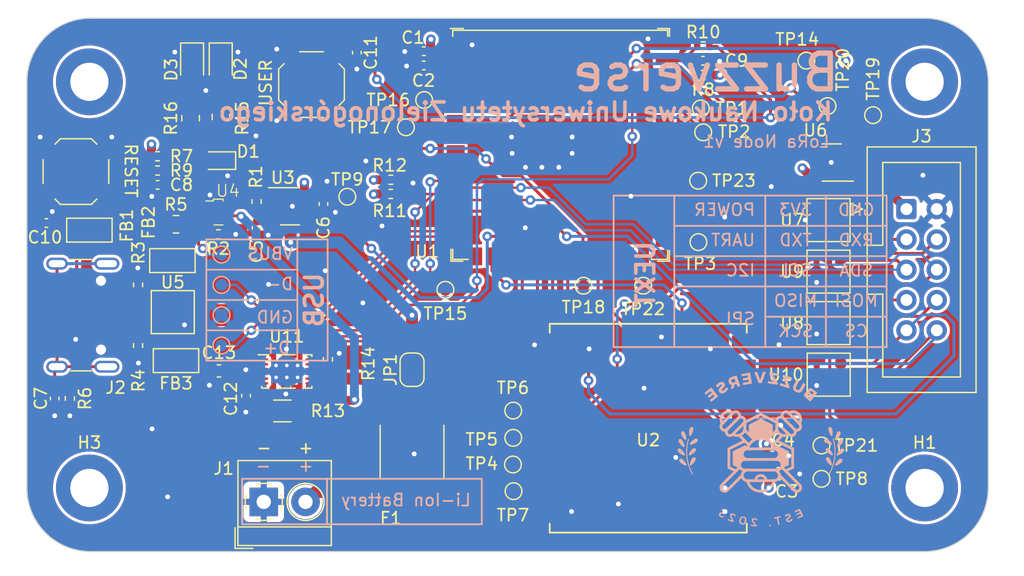
<source format=kicad_pcb>
(kicad_pcb (version 20240108) (generator "pcbnew") (generator_version "8.0")
  (layers (0 "F.Cu" signal) (1 "In1.Cu" power) (2 "In2.Cu" power) (31 "B.Cu" signal) (34 "B.Paste" user) (35 "F.Paste" user) (36 "B.SilkS" user "B.Silkscreen") (37 "F.SilkS" user "F.Silkscreen") (38 "B.Mask" user) (39 "F.Mask" user) (44 "Edge.Cuts" user))
  (net 0 "")
  (net 1 "GND")
  (net 2 "+3V3")
  (net 3 "Net-(JP1-B)")
  (net 4 "Net-(J2-SHIELD)")
  (net 5 "ENABLED")
  (net 6 "USER_BUTTON")
  (net 7 "+BATT")
  (net 8 "Net-(U11-V_{DD})")
  (net 9 "Net-(D1-A)")
  (net 10 "Net-(D2-A)")
  (net 11 "Net-(D3-A)")
  (net 12 "Net-(J1-Pin_2)")
  (net 13 "Net-(FB1-Pad2)")
  (net 14 "VBUS")
  (net 15 "D-")
  (net 16 "Net-(U5-K2)")
  (net 17 "D+")
  (net 19 "Net-(U5-K1)")
  (net 20 "Net-(J2-CC2)")
  (net 22 "Net-(J2-CC1)")
  (net 23 "UEXT_TXD")
  (net 24 "LORA_MISO")
  (net 25 "LORA_SCK")
  (net 26 "UEXT_SCL")
  (net 27 "Net-(J3-Pin_1)")
  (net 28 "LORA_MOSI")
  (net 29 "UEXT_RXD")
  (net 30 "UEXT_SSEL")
  (net 31 "UEXT_SDA")
  (net 32 "SUPP_SRC_INDICATOR")
  (net 33 "Net-(U4-~{EN})")
  (net 34 "VSYS")
  (net 35 "Net-(U11-BIN)")
  (net 36 "Net-(U1-GPIO14{slash}TOUCH14{slash}ADC2_CH3{slash}FSPIWP{slash}FSPIDQS{slash}SUBSPIWP)")
  (net 37 "Net-(U1-GPIO7{slash}TOUCH7{slash}ADC1_CH6)")
  (net 38 "Net-(U1-GPIO0{slash}BOOT)")
  (net 39 "LORA_NSS")
  (net 40 "LORA_RESET")
  (net 41 "PERIPHERAL_ENABLED")
  (net 42 "Net-(U1-GPIO3{slash}TOUCH3{slash}ADC1_CH2)")
  (net 43 "Net-(U1-GPIO4{slash}TOUCH4{slash}ADC1_CH3)")
  (net 44 "Net-(U1-GPIO45)")
  (net 45 "Net-(U1-GPIO38{slash}FSPIWP{slash}SUBSPIWP)")
  (net 49 "PERIPHERAL_OVERCURRENT")
  (net 52 "LOW_BATTERY")
  (net 71 "Net-(C10-Pad1)")
  (net 72 "Net-(C11-Pad1)")
  (net 73 "LORA_DIO0")
  (footprint "Resistor_SMD:R_0402_1005Metric" (layer "F.Cu") (at 39.1625 126.111 90)
    (property "Reference" "R6")
    (property "Value" "1M")
  )
  (footprint "Resistor_SMD:R_0805_2012Metric" (layer "F.Cu") (at 49.276 102.616 90)
    (property "Reference" "R16")
    (property "Value" "4k7")
  )
  (footprint "TestPoint:TestPoint_Pad_D1.0mm" (layer "F.Cu") (at 76.268 131.642 90)
    (property "Reference" "TP4")
    (property "Value" "TestPoint_Probe")
  )
  (footprint "MountingHole:MountingHole_3.2mm_M3_DIN965_Pad" (layer "F.Cu") (at 40.8 99.568)
    (property "Reference" "H4" (hide yes))
    (property "Value" "MountingHole")
  )
  (footprint "TestPoint:TestPoint_Pad_D1.0mm" (layer "F.Cu") (at 100.838 97.79)
    (property "Reference" "TP14")
    (property "Value" "TestPoint_Probe")
  )
  (footprint "Package_TO_SOT_SMD:SOT-23-5" (layer "F.Cu") (at 57.6 110)
    (property "Reference" "U3")
    (property "Value" "MIC5504-3.3YM5")
  )
  (footprint "Capacitor_SMD:C_0402_1005Metric" (layer "F.Cu") (at 37.2 111.4)
    (property "Reference" "C10")
    (property "Value" "100n")
  )
  (footprint "TestPoint:TestPoint_Pad_D1.0mm" (layer "F.Cu") (at 102.108 130.048 90)
    (property "Reference" "TP21")
    (property "Value" "TestPoint_Probe")
  )
  (footprint "Capacitor_SMD:C_0402_1005Metric_Pad0.74x0.62mm_HandSolder" (layer "F.Cu") (at 68.8 97 180)
    (property "Reference" "C1")
    (property "Value" "10u")
  )
  (footprint "Resistor_SMD:R_0402_1005Metric" (layer "F.Cu") (at 92.2 96.6 180)
    (property "Reference" "R10")
    (property "Value" "1k")
  )
  (footprint "TestPoint:TestPoint_Pad_D1.0mm" (layer "F.Cu") (at 70.612 117)
    (property "Reference" "TP15")
    (property "Value" "TestPoint_Probe")
  )
  (footprint "LED_SMD:LED_0603_1608Metric" (layer "F.Cu") (at 51.562 106.172 180)
    (property "Reference" "D1")
    (property "Value" "RED LED")
  )
  (footprint "PCM_Espressif:ESP32-S3-WROOM-1U" (layer "F.Cu") (at 80.225 104.7)
    (property "Reference" "U1")
    (property "Value" "ESP32-S3-WROOM-1")
  )
  (footprint "MountingHole:MountingHole_3.2mm_M3_DIN965_Pad" (layer "F.Cu") (at 110.744 133.604)
    (property "Reference" "H1")
    (property "Value" "MountingHole")
  )
  (footprint "PCM_Ferrite_SMD_AKL:Ferrite_0805_2012Metric" (layer "F.Cu") (at 48.0525 122.936)
    (property "Reference" "FB3")
    (property "Value" "FerriteBead_Small" (hide yes))
  )
  (footprint "Capacitor_SMD:C_0402_1005Metric" (layer "F.Cu") (at 97.986 130.886)
    (property "Reference" "C4")
    (property "Value" "100n")
  )
  (footprint "TestPoint:TestPoint_Pad_D1.0mm" (layer "F.Cu") (at 87.179 116.656)
    (property "Reference" "TP22")
    (property "Value" "TestPoint_Probe")
  )
  (footprint "PCM_Package_TO_SOT_SMD_AKL:SOT-23" (layer "F.Cu") (at 102.71 124.112 180)
    (property "Reference" "U10")
    (property "Value" "PSM712-LF-T7" (hide yes))
  )
  (footprint "TestPoint:TestPoint_Pad_D1.0mm" (layer "F.Cu") (at 91.8 113)
    (property "Reference" "TP3")
    (property "Value" "TestPoint_Probe")
  )
  (footprint "PCM_Package_TO_SOT_SMD_AKL:SOT-23" (layer "F.Cu") (at 102.694 119.794 180)
    (property "Reference" "U8")
    (property "Value" "PSM712-LF-T7" (hide yes))
  )
  (footprint "LED_SMD:LED_0805_2012Metric" (layer "F.Cu") (at 49.4 98 -90)
    (property "Reference" "D3")
    (property "Value" "YELLOW LED")
  )
  (footprint "Jumper:SolderJumper-2_P1.3mm_Open_RoundedPad1.0x1.5mm" (layer "F.Cu") (at 67.818 123.698 90)
    (property "Reference" "JP1")
    (property "Value" "SolderJumper_2_Open")
  )
  (footprint "Capacitor_SMD:C_0402_1005Metric" (layer "F.Cu") (at 46.51 108.204 180)
    (property "Reference" "C8")
    (property "Value" "1u")
  )
  (footprint "Resistor_SMD:R_1206_3216Metric" (layer "F.Cu") (at 56.964 127.152)
    (property "Reference" "R13")
    (property "Value" "10m")
  )
  (footprint "MountingHole:MountingHole_3.2mm_M3_DIN965_Pad" (layer "F.Cu") (at 40.8 133.604)
    (property "Reference" "H3")
    (property "Value" "MountingHole")
  )
  (footprint "Capacitor_SMD:C_0402_1005Metric" (layer "F.Cu") (at 60.4 109.8 -90)
    (property "Reference" "C6")
    (property "Value" "1u")
  )
  (footprint "Capacitor_SMD:C_0402_1005Metric" (layer "F.Cu") (at 63.2 97.12 -90)
    (property "Reference" "C11")
    (property "Value" "100n")
  )
  (footprint "TestPoint:TestPoint_Pad_D1.0mm" (layer "F.Cu") (at 102.616 101.6)
    (property "Reference" "TP20")
    (property "Value" "TestPoint_Probe")
  )
  (footprint "Fuse:Fuse_2920_7451Metric" (layer "F.Cu") (at 67.818 130.556 -90)
    (property "Reference" "F1")
    (property "Value" "Fuse")
  )
  (footprint "PCM_Package_TO_SOT_SMD_AKL:SOT-23" (layer "F.Cu") (at 47.7825 118.872)
    (property "Reference" "U5")
    (property "Value" "PSM712-LF-T7" (hide yes))
  )
  (footprint "Resistor_SMD:R_0402_1005Metric" (layer "F.Cu") (at 66.04 107.776 180)
    (property "Reference" "R12")
    (property "Value" "4k7")
  )
  (footprint "Capacitor_SMD:C_0603_1608Metric" (layer "F.Cu") (at 51.65 123.8 180)
    (property "Reference" "C13")
    (property "Value" "470n")
  )
  (footprint "Capacitor_SMD:C_0402_1005Metric" (layer "F.Cu") (at 53.916 125.882 -90)
    (property "Reference" "C12")
    (property "Value" "1u")
  )
  (footprint "Capacitor_SMD:C_0402_1005Metric" (layer "F.Cu") (at 37.8925 126.111 90)
    (property "Reference" "C7")
    (property "Value" "15pF")
  )
  (footprint "Connector_IDC:IDC-Header_2x05_P2.54mm_Vertical" (layer "F.Cu") (at 109.22 110.236)
    (property "Reference" "J3")
    (property "Value" "Conn_02x05_Odd_Even")
  )
  (footprint "Resistor_SMD:R_0402_1005Metric" (layer "F.Cu") (at 46.51 105.804 180)
    (property "Reference" "R7")
    (property "Value" "10k")
  )
  (footprint "TestPoint:TestPoint_Pad_D1.0mm" (layer "F.Cu") (at 82.179 116.656)
    (property "Reference" "TP18")
    (property "Value" "TestPoint_Probe")
  )
  (footprint "Connector_USB:USB_C_Receptacle_GCT_USB4105-xx-A_16P_TopMnt_Horizontal" (layer "F.Cu") (at 39.1625 119.126 -90)
    (property "Reference" "J2")
    (property "Value" "USB_C_Receptacle_USB2.0_16P")
  )
  (footprint "Resistor_SMD:R_0402_1005Metric" (layer "F.Cu") (at 44.8775 116.586 90)
    (property "Reference" "R3")
    (property "Value" "5.1k")
  )
  (footprint "TestPoint:TestPoint_Pad_D1.0mm" (layer "F.Cu") (at 92 101.8)
    (property "Reference" "TP1")
    (property "Value" "TestPoint_Probe")
  )
  (footprint "TestPoint:TestPoint_Pad_D1.0mm" (layer "F.Cu") (at 102.108 132.842 90)
    (property "Reference" "TP8")
    (property "Value" "TestPoint_Probe")
  )
  (footprint "Resistor_SMD:R_0805_2012Metric" (layer "F.Cu") (at 48.0525 111.506)
    (property "Reference" "R5")
    (property "Value" "4k7")
  )
  (footprint "PCM_Package_TO_SOT_SMD_AKL:SOT-23" (layer "F.Cu") (at 102.694 115.476 180)
    (property "Reference" "U9")
    (property "Value" "PSM712-LF-T7" (hide yes))
  )
  (footprint "TestPoint:TestPoint_Pad_D1.0mm" (layer "F.Cu") (at 76.3188 133.8772 90)
    (property "Reference" "TP7")
    (property "Value" "TestPoint_Probe")
  )
  (footprint "Resistor_SMD:R_0805_2012Metric" (layer "F.Cu") (at 51.816 102.5125 90)
    (property "Reference" "R15")
    (property "Value" "4k7")
  )
  (footprint "Resistor_SMD:R_0402_1005Metric" (layer "F.Cu") (at 51.6 112.35)
    (property "Reference" "R2")
    (property "Value" "10k")
  )
  (footprint "TestPoint:TestPoint_Pad_D1.0mm" (layer "F.Cu") (at 76.2934 129.4068 90)
    (property "Reference" "TP5")
    (property "Value" "TestPoint_Probe")
  )
  (footprint "TestPoint:TestPoint_Pad_D1.0mm" (layer "F.Cu") (at 62.4 109.2)
    (property "Reference" "TP9")
    (property "Value" "TestPoint_Probe")
  )
  (footprint "PCM_Ferrite_SMD_AKL:Ferrite_0805_2012Metric" (layer "F.Cu") (at 40.8 112 180)
    (property "Reference" "FB1")
    (property "Value" "FerriteBead_Small" (hide yes))
  )
  (footprint "TerminalBlock_4Ucon:TerminalBlock_4Ucon_1x02_P3.50mm_Horizontal" (layer "F.Cu") (at 55.4 134.774)
    (property "Reference" "J1")
    (property "Value" "EXT_PWR")
  )
  (footprint "PCM_Package_TO_SOT_SMD_AKL:SOT-23" (layer "F.Cu") (at 102.694 111.158 180)
    (property "Reference" "U7")
    (property "Value" "PSM712-LF-T7" (hide yes))
  )
  (footprint "TestPoint:TestPoint_Pad_D1.0mm" (layer "F.Cu") (at 91.779 107.856)
    (property "Reference" "TP23")
    (property "Value" "TestPoint_Probe")
  )
  (footprint "LED_SMD:LED_0805_2012Metric" (layer "F.Cu") (at 51.8 98 -90)
    (property "Reference" "D2")
    (property "Value" "YELLOW LED")
  )
  (footprint "Button_Switch_SMD:SW_Push_1P1T_XKB_TS-1187A" (layer "F.Cu") (at 39.672 107.091)
    (property "Reference" "SW1" (hide yes))
    (property "Value" "SW_Push")
  )
  (footprint "TestPoint:TestPoint_Pad_D1.0mm" (layer "F.Cu") (at 68.834 101.092)
    (property "Reference" "TP16")
    (property "Value" "TestPoint_Probe")
  )
  (footprint "Resistor_SMD:R_0402_1005Metric" (layer "F.Cu") (at 92.2 99)
    (property "Reference" "R8")
    (property "Value" "10k")
  )
  (footprint "TestPoint:TestPoint_Pad_D1.0mm" (layer "F.Cu") (at 76.2934 127.1208 90)
    (property "Reference" "TP6")
    (property "Value" "TestPoint_Probe")
  )
  (footprint "TestPoint:TestPoint_Pad_D1.0mm" (layer "F.Cu") (at 92.2 103.8)
    (property "Reference" "TP2")
    (property "Value" "TestPoint_Probe")
  )
  (footprint "mwolosewicz-footprints:LM66200-SOT-5X3" (layer "F.Cu") (at 51.61 110.546)
    (property "Reference" "U4")
    (property "Value" "LM66200")
  )
  (footprint "Resistor_SMD:R_0402_1005Metric" (layer "F.Cu") (at 60.774 122.834 -90)
    (property "Reference" "R14")
    (property "Value" "10k")
  )
  (footprint "TestPoint:TestPoint_Pad_D1.0mm" (layer "F.Cu") (at 106.426 102.362)
    (property "Reference" "TP19")
    (property "Value" "TestPoint_Probe")
  )
  (footprint "TestPoint:TestPoint_Pad_D1.0mm" (layer "F.Cu") (at 67.31 103.378)
    (property "Reference" "TP17")
    (property "Value" "TestPoint_Probe")
  )
  (footprint "Resistor_SMD:R_0402_1005Metric" (layer "F.Cu") (at 66.04 108.966 180)
    (property "Reference" "R11")
    (property "Value" "4k7")
  )
  (footprint "Resistor_SMD:R_0402_1005Metric" (layer "F.Cu") (at 46.51 107.004)
    (property "Reference" "R9")
    (property "Value" "1k")
  )
  (footprint "Resistor_SMD:R_0402_1005Metric" (layer "F.Cu") (at 44.8775 121.666 -90)
    (property "Reference" "R4")
    (property "Value" "5.1k")
  )
  (footprint "Capacitor_SMD:C_0603_1608Metric" (layer "F.Cu") (at 98.522 132.41)
    (property "Reference" "C3")
    (property "Value" "22u")
  )
  (footprint "Package_SON:Texas_S-PDSO-N12" (layer "F.Cu") (at 57.334 123.842)
    (property "Reference" "U11")
    (property "Value" "BQ27441DRZR-G1B")
  )
  (footprint "Package_TO_SOT_SMD:SOT-23-5" (layer "F.Cu") (at 102.964 106.332 180)
    (property "Reference" "U6")
    (property "Value" "TPS2041B")
  )
  (footprint "Capacitor_SMD:C_0402_1005Metric" (layer "F.Cu") (at 54.8 111.8 -90)
    (property "Reference" "C5")
    (property "Value" "1u")
  )
  (footprint "Button_Switch_SMD:SW_Push_1P1T_XKB_TS-1187A" (layer "F.Cu") (at 59.4 99.8 90)
    (property "Reference" "SW2" (hide yes))
    (property "Value" "SW_Push")
  )
  (footprint "Capacitor_SMD:C_0402_1005Metric" (layer "F.Cu") (at 92.18 97.8)
    (property "Reference" "C9")
    (property "Value" "1u")
  )
  (footprint "Capacitor_SMD:C_0402_1005Metric" (layer "F.Cu") (at 68.8 98.2)
    (property "Reference" "C2")
    (property "Value" "100n")
  )
  (footprint "RF_Module:Ai-Thinker-Ra-01-LoRa" (layer "F.Cu") (at 87.6 128.6 180)
    (property "Reference" "U2")
    (property "Value" "Ai-Thinker-Ra-02")
  )
  (footprint "PCM_Ferrite_SMD_AKL:Ferrite_0805_2012Metric" (layer "F.Cu") (at 47.752 114.554 180)
    (property "Reference" "FB2")
    (property "Value" "FerriteBead_Small" (hide yes))
  )
  (footprint "MountingHole:MountingHole_3.2mm_M3_DIN965_Pad" (layer "F.Cu") (at 110.744 99.568)
    (property "Reference" "H2" (hide yes))
    (property "Value" "MountingHole")
  )
  (footprint "Resistor_SMD:R_0402_1005Metric" (layer "F.Cu") (at 54.8 109.6 90)
    (property "Reference" "R1")
    (property "Value" "10k")
  )
  (footprint "TestPoint:TestPoint_Pad_D1.0mm" (layer "B.Cu") (at 51.8625 121.666 180)
    (property "Reference" "TP12" (hide yes))
    (property "Value" "TestPoint_Probe")
  )
  (footprint "TestPoint:TestPoint_Pad_D1.0mm" (layer "B.Cu") (at 51.8625 114.046 180)
    (property "Reference" "TP10" (hide yes))
    (property "Value" "TestPoint_Probe")
  )
  (footprint "TestPoint:TestPoint_Pad_D1.0mm" (layer "B.Cu") (at 51.8625 119.126 180)
    (property "Reference" "TP13" (hide yes))
    (property "Value" "TestPoint_Probe")
  )
  (footprint "library:buzzverse_logo" (layer "B.Cu") (at 97.028 130.302 180)
    (property "Reference" "G***" (hide yes))
    (property "Value" "LOGO" (hide yes))
  )
  (footprint "TestPoint:TestPoint_Pad_D1.0mm" (layer "B.Cu") (at 51.8625 116.586 180)
    (property "Reference" "TP11" (hide yes))
    (property "Value" "TestPoint_Probe")
  )
  (gr_line (start 89.78 121.8) (end 97.4 121.8) (stroke (width 0.15)) (layer "B.SilkS"))
  (gr_line (start 97.4 109.1) (end 97.4 121.8) (stroke (width 0.15)) (layer "B.SilkS"))
  (gr_line (start 84.7 121.8) (end 89.78 121.8) (stroke (width 0.15)) (layer "B.SilkS"))
  (gr_line (start 50.5925 120.396) (end 58.2125 120.396) (stroke (width 0.15)) (layer "B.SilkS"))
  (gr_line (start 58.2125 122.936) (end 50.5925 122.936) (stroke (width 0.15)) (layer "B.SilkS"))
  (gr_line (start 50.5925 112.776) (end 60.7525 112.776) (stroke (width 0.15)) (layer "B.SilkS"))
  (gr_line (start 58.2125 117.856) (end 58.2125 115.316) (stroke (width 0.15)) (layer "B.SilkS"))
  (gr_line (start 50.5925 122.936) (end 50.5925 120.396) (stroke (width 0.15)) (layer "B.SilkS"))
  (gr_line (start 50.5925 115.316) (end 50.5925 117.856) (stroke (width 0.15)) (layer "B.SilkS"))
  (gr_line (start 97.4 109.1) (end 89.78 109.1) (stroke (width 0.15)) (layer "B.SilkS"))
  (gr_line (start 58.2125 120.396) (end 58.2125 117.856) (stroke (width 0.15)) (layer "B.SilkS"))
  (gr_line (start 50.5925 117.856) (end 50.5925 120.396) (stroke (width 0.15)) (layer "B.SilkS"))
  (gr_line (start 107.56 109.1) (end 97.4 109.1) (stroke (width 0.15)) (layer "B.SilkS"))
  (gr_line (start 50.5925 115.316) (end 50.5925 112.776) (stroke (width 0.15)) (layer "B.SilkS"))
  (gr_line (start 97.4 121.8) (end 107.56 121.8) (stroke (width 0.15)) (layer "B.SilkS"))
  (gr_line (start 60.7525 122.936) (end 58.2125 122.936) (stroke (width 0.15)) (layer "B.SilkS"))
  (gr_line (start 58.2125 115.316) (end 50.5925 115.316) (stroke (width 0.15)) (layer "B.SilkS"))
  (gr_line (start 50.5925 117.856) (end 58.2125 117.856) (stroke (width 0.15)) (layer "B.SilkS"))
  (gr_line (start 58.2125 120.396) (end 58.2125 122.936) (stroke (width 0.15)) (layer "B.SilkS"))
  (gr_line (start 89.78 109.1) (end 89.78 121.8) (stroke (width 0.15)) (layer "B.SilkS"))
  (gr_rect (start 53.594 132.842) (end 60.706 136.652) (stroke (width 0.15)) (fill none) (layer "B.SilkS"))
  (gr_line (start 84.7 109.1) (end 84.7 121.8) (stroke (width 0.15)) (layer "B.SilkS"))
  (gr_line (start 107.56 121.8) (end 107.56 109.1) (stroke (width 0.15)) (layer "B.SilkS"))
  (gr_line (start 102.48 109.1) (end 102.48 121.8) (stroke (width 0.15)) (layer "B.SilkS"))
  (gr_rect (start 60.706 132.842) (end 73.66 136.652) (stroke (width 0.15)) (fill none) (layer "B.SilkS"))
  (gr_line (start 89.78 109.1) (end 84.7 109.1) (stroke (width 0.15)) (layer "B.SilkS"))
  (gr_line (start 107.56 114.18) (end 97.4 114.18) (stroke (width 0.15)) (layer "B.SilkS"))
  (gr_line (start 60.7525 112.776) (end 60.7525 122.936) (stroke (width 0.15)) (layer "B.SilkS"))
  (gr_line (start 89.78 114.18) (end 97.4 114.18) (stroke (width 0.15)) (layer "B.SilkS"))
  (gr_line (start 58.2125 115.316) (end 58.2125 112.776) (stroke (width 0.15)) (layer "B.SilkS"))
  (gr_line (start 97.4 116.72) (end 107.56 116.72) (stroke (width 0.15)) (layer "B.SilkS"))
  (gr_line (start 107.56 119.26) (end 97.4 119.26) (stroke (width 0.15)) (layer "B.SilkS"))
  (gr_line (start 97.4 111.64) (end 107.56 111.64) (stroke (width 0.15)) (layer "B.SilkS"))
  (gr_line (start 97.4 116.72) (end 89.78 116.72) (stroke (width 0.15)) (layer "B.SilkS"))
  (gr_line (start 97.4 111.64) (end 89.78 111.64) (stroke (width 0.15)) (layer "B.SilkS"))
  (gr_line (start 116.078 133.604) (end 116.078 99.568) (stroke (width 0.1)) (layer "Edge.Cuts"))
  (gr_arc (start 40.894 138.938) (mid 37.122292 137.375708) (end 35.56 133.604) (stroke (width 0.1)) (layer "Edge.Cuts"))
  (gr_arc (start 35.56 99.568) (mid 37.122292 95.796292) (end 40.894 94.234) (stroke (width 0.1)) (layer "Edge.Cuts"))
  (gr_arc (start 110.744 94.234) (mid 114.515708 95.796292) (end 116.078 99.568) (stroke (width 0.1)) (layer "Edge.Cuts"))
  (gr_line (start 40.894 138.938) (end 110.744 138.938) (stroke (width 0.1)) (layer "Edge.Cuts"))
  (gr_arc (start 116.078 133.604) (mid 114.515708 137.375708) (end 110.744 138.938) (stroke (width 0.1)) (layer "Edge.Cuts"))
  (gr_line (start 110.744 94.234) (end 40.894 94.234) (stroke (width 0.1)) (layer "Edge.Cuts"))
  (gr_line (start 35.56 133.604) (end 35.56 99.568) (stroke (width 0.1)) (layer "Edge.Cuts"))
  (gr_text "+" (at 58.928 132.334 0) (layer "B.SilkS") (effects (font (size 1 1)) (justify bottom mirror)))
  (gr_text "Li-Ion Battery" (at 67.31 134.62 0) (layer "B.SilkS") (effects (font (size 1 1)) (justify mirror)))
  (gr_text "CS" (at 105.02 121.038 0) (layer "B.SilkS") (effects (font (size 1 1)) (justify bottom mirror)))
  (gr_text "GND" (at 57.9585 119.888 0) (layer "B.SilkS") (effects (font (size 1 1)) (justify left bottom mirror)))
  (gr_text "I2C" (at 96.638 115.958 0) (layer "B.SilkS") (effects (font (size 1 1)) (justify left bottom mirror)))
  (gr_text "MOSI" (at 105.02 118.498 0) (layer "B.SilkS") (effects (font (size 1 1)) (justify bottom mirror)))
  (gr_text "SCK" (at 99.94 121.038 0) (layer "B.SilkS") (effects (font (size 1 1)) (justify bottom mirror)))
  (gr_text "D+" (at 57.7045 122.428 0) (layer "B.SilkS") (effects (font (size 1 1)) (justify left bottom mirror)))
  (gr_text "RXD" (at 105.02 113.418 0) (layer "B.SilkS") (effects (font (size 1 1)) (justify bottom mirror)))
  (gr_text "SCL" (at 99.94 115.958 0) (layer "B.SilkS") (effects (font (size 1 1)) (justify bottom mirror)))
  (gr_text "SDA" (at 105.02 115.958 0) (layer "B.SilkS") (effects (font (size 1 1)) (justify bottom mirror)))
  (gr_text "MISO" (at 99.94 118.498 0) (layer "B.SilkS") (effects (font (size 1 1)) (justify bottom mirror)))
  (gr_text "VBUS" (at 57.9585 114.554 0) (layer "B.SilkS") (effects (font (size 1 1)) (justify left bottom mirror)))
  (gr_text "GND" (at 105.02 110.878 0) (layer "B.SilkS") (effects (font (size 1 1)) (justify bottom mirror)))
  (gr_text "SPI" (at 96.638 120.022 0) (layer "B.SilkS") (effects (font (size 1 1)) (justify left bottom mirror)))
  (gr_text "Buzzverse" (at 103.85 100.55 0) (layer "B.SilkS") (effects (font (size 3 3) (thickness 0.45)) (justify left bottom mirror)))
  (gr_text "TXD" (at 99.94 113.418 0) (layer "B.SilkS") (effects (font (size 1 1)) (justify bottom mirror)))
  (gr_text "D-" (at 57.9585 117.094 0) (layer "B.SilkS") (effects (font (size 1 1)) (justify left bottom mirror)))
  (gr_text "POWER" (at 96.638 110.878 0) (layer "B.SilkS") (effects (font (size 1 1)) (justify left bottom mirror)))
  (gr_text "LoRa Node v1" (at 102.87 105.156 0) (layer "B.SilkS") (effects (font (size 1 1)) (justify left bottom mirror)))
  (gr_text "Koło Naukowe Uniwersytetu Zielonogórskiego" (at 103.2 102.95 0) (layer "B.SilkS") (effects (font (size 1.5 1.5) (thickness 0.3) (bold yes)) (justify left bottom mirror)))
  (gr_text "UART" (at 96.638 113.418 0) (layer "B.SilkS") (effects (font (size 1 1)) (justify left bottom mirror)))
  (gr_text "USB" (at 60.4985 117.856 90) (layer "B.SilkS") (effects (font (size 1.5 1.5) (thickness 0.3) (bold yes)) (justify bottom mirror)))
  (gr_text "UEXT" (at 88.256 115.704 90) (layer "B.SilkS") (effects (font (size 1.5 1.5) (thickness 0.3) (bold yes)) (justify bottom mirror)))
  (gr_text "3V3" (at 99.94 110.878 0) (layer "B.SilkS") (effects (font (size 1 1)) (justify bottom mirror)))
  (gr_text "-" (at 55.372 132.334 0) (layer "B.SilkS") (effects (font (size 1 1)) (justify bottom mirror)))
  (gr_text "USER" (at 56.15 101.7 90) (layer "F.SilkS") (effects (font (size 1 1)) (justify left bottom)))
  (gr_text "-" (at 56.134 129.794 180) (layer "F.SilkS") (effects (font (size 1 1)) (justify left bottom)))
  (gr_text "RESET" (at 43.688 104.648 -90) (layer "F.SilkS") (effects (font (size 1 1)) (justify left bottom)))
  (gr_text "+" (at 58.928 129.794 180) (layer "F.SilkS") (effects (font (size 1 1)) (justify bottom)))
  (segment (start 67.408 98.2) (end 67.3608 98.2472) (width 0.75) (layer "F.Cu") (net 1))
  (segment (start 79.6 135.6) (end 81.1636 135.6) (width 0.75) (layer "F.Cu") (net 1))
  (segment (start 36.672 105.216) (end 36.672 104.1964) (width 0.75) (layer "F.Cu") (net 1))
  (segment (start 78.725 104.16) (end 78.725 102.76) (width 0.75) (layer "F.Cu") (net 1))
  (segment (start 77.325 102.76) (end 77.325 104.16) (width 0.75) (layer "F.Cu") (net 1))
  (segment (start 53.958 123.642) (end 53.9 123.7) (width 0.2) (layer "F.Cu") (net 1))
  (segment (start 39.1625 126.621) (end 39.1625 127.5545) (width 0.75) (layer "F.Cu") (net 1))
  (segment (start 80.125 105.56) (end 78.725 105.56) (width 0.75) (layer "F.Cu") (net 1))
  (segment (start 42.8425 115.926) (end 44.7275 115.926) (width 0.3) (layer "F.Cu") (net 1))
  (segment (start 60.774 122.324) (end 61.7196 122.324) (width 0.75) (layer "F.Cu") (net 1))
  (segment (start 56.4896 96.8248) (end 57.5002 96.8248) (width 0.75) (layer "F.Cu") (net 1))
  (segment (start 95.6 135.6) (end 94.0456 135.6) (width 0.75) (layer "F.Cu") (net 1))
  (segment (start 54.8 112.28) (end 54.98 112.46) (width 0.75) (layer "F.Cu") (net 1))
  (segment (start 76.1492 104.1908) (end 77.2942 104.1908) (width 0.75) (layer "F.Cu") (net 1))
  (segment (start 48.7825 119.9243) (end 48.768 119.9388) (width 0.75) (layer "F.Cu") (net 1))
  (segment (start 57.334 123.342) (end 56.434 123.342) (width 0.75) (layer "F.Cu") (net 1))
  (segment (start 44.8564 116.0549) (end 44.8775 116.076) (width 0.75) (layer "F.Cu") (net 1))
  (segment (start 52.11 112.35) (end 52.11 111.59) (width 0.4) (layer "F.Cu") (net 1))
  (segment (start 92.7008 97.8408) (end 92.66 97.8) (width 0.75) (layer "F.Cu") (net 1))
  (segment (start 56.434 124.342) (end 57.334 124.342) (width 0.2) (layer "F.Cu") (net 1))
  (segment (start 53.916 127.2368) (end 53.8988 127.254) (width 0.75) (layer "F.Cu") (net 1))
  (segment (start 99.297 132.41) (end 100.2536 132.41) (width 0.75) (layer "F.Cu") (net 1))
  (segment (start 52.3495 107.4167) (end 52.3748 107.442) (width 0.75) (layer "F.Cu") (net 1))
  (segment (start 77.2942 104.1908) (end 77.325 104.16) (width 0.75) (layer "F.Cu") (net 1))
  (segment (start 78.725 102.76) (end 80.125 102.76) (width 0.75) (layer "F.Cu") (net 1))
  (segment (start 76.2 105.5624) (end 77.3226 105.5624) (width 0.75) (layer "F.Cu") (net 1))
  (segment (start 37.6936 110.4392) (end 37.6936 111.3864) (width 0.75) (layer "F.Cu") (net 1))
  (segment (start 63.2 97.6) (end 63.2 98.4964) (width 0.75) (layer "F.Cu") (net 1))
  (segment (start 57.5058 102.8192) (end 57.525 102.8) (width 0.75) (layer "F.Cu") (net 1))
  (segment (start 80.1274 105.5624) (end 80.125 105.56) (width 0.75) (layer "F.Cu") (net 1))
  (segment (start 94.0456 135.6) (end 94.0308 135.5852) (width 0.75) (layer "F.Cu") (net 1))
  (segment (start 50.9 109.7) (end 50.87 109.7) (width 0.5) (layer "F.Cu") (net 1))
  (segment (start 101.694 119.794) (end 101.694 120.6932) (width 0.75) (layer "F.Cu") (net 1))
  (segment (start 61.4 110.5) (end 60.62 110.5) (width 0.75) (layer "F.Cu") (net 1))
  (segment (start 78.725 104.16) (end 77.325 104.16) (width 0.75) (layer "F.Cu") (net 1))
  (segment (start 44.7275 115.926) (end 44.8775 116.076) (width 0.3) (layer "F.Cu") (net 1))
  (segment (start 54.98 112.46) (end 55.7784 112.46) (width 0.75) (layer "F.Cu") (net 1))
  (segment (start 56.4625 110) (end 57.8 110) (width 0.75) (layer "F.Cu") (net 1))
  (segment (start 101.694 116.3752) (end 101.7016 116.3828) (width 0.75) (layer "F.Cu") (net 1))
  (segment (start 78.6892 105.5958) (end 78.725 105.56) (width 0.75) (layer "F.Cu") (net 1))
  (segment (start 57.5002 96.8248) (end 57.525 96.8) (width 0.75) (layer "F.Cu") (net 1))
  (segment (start 53.916 126.362) (end 53.916 127.2368) (width 0.75) (layer "F.Cu") (net 1))
  (segment (start 61.7196 122.324) (end 61.722 122.3264) (width 0.75) (layer "F.Cu") (net 1))
  (segment (start 59.736498 110) (end 60.016498 110.28) (width 0.75) (layer "F.Cu") (net 1))
  (segment (start 99.3392 130.886) (end 99.3648 130.9116) (width 0.75) (layer "F.Cu") (net 1))
  (segment (start 48.7825 118.872) (end 48.7825 119.9243) (width 0.75) (layer "F.Cu") (net 1))
  (segment (start 80.1116 106.7308) (end 80.1116 105.5734) (width 0.75) (layer "F.Cu") (net 1))
  (segment (start 53.2221 97.0625) (end 53.2384 97.0788) (width 0.75) (layer "F.Cu") (net 1))
  (segment (start 80.125 104.16) (end 80.125 105.56) (width 0.75) (layer "F.Cu") (net 1))
  (segment (start 80.1116 105.5734) (end 80.125 105.56) (width 0.75) (layer "F.Cu") (net 1))
  (segment (start 60.016498 110.28) (end 60.4 110.28) (width 0.75) (layer "F.Cu") (net 1))
  (segment (start 60.62 110.5) (end 60.4 110.28) (width 0.75) (layer "F.Cu") (net 1))
  (segment (start 95.6 133.6) (end 94.0348 133.6) (width 0.75) (layer "F.Cu") (net 1))
  (segment (start 46.03 108.204) (end 46.03 109.164) (width 0.75) (layer "F.Cu") (net 1))
  (segment (start 51.8 97.0625) (end 53.2221 97.0625) (width 0.75) (layer "F.Cu") (net 1))
  (segment (start 72.818 96.44) (end 72.8472 96.4692) (width 0.75) (layer "F.Cu") (net 1))
  (segment (start 80.1558 104.1908) (end 80.125 104.16) (width 0.75) (layer "F.Cu") (net 1))
  (segment (start 37.6936 111.3864) (end 37.68 111.4) (width 0.75) (layer "F.Cu") (net 1))
  (segment (start 42.672 105.216) (end 42.672 104.1908) (width 0.75) (layer "F.Cu") (net 1))
  (segment (start 101.694 115.476) (end 101.694 116.3752) (width 0.75) (layer "F.Cu") (net 1))
  (segment (start 77.325 102.76) (end 78.725 102.76) (width 0.75) (layer "F.Cu") (net 1))
  (segment (start 93.5736 97.8408) (end 92.7008 97.8408) (width 0.75) (layer "F.Cu") (net 1))
  (segment (start 104.1015 106.332) (end 102.9284 106.332) (width 0.75) (layer "F.Cu") (net 1))
  (segment (start 79.6 121.6) (end 78.0948 121.6) (width 0.75) (layer "F.Cu") (net 1))
  (segment (start 39.1625 127.5545) (end 39.1668 127.5588) (width 0.75) (layer "F.Cu") (net 1))
  (segment (start 78.6892 106.7308) (end 78.6892 105.5958) (width 0.75) (layer "F.Cu") (net 1))
  (segment (start 37.8968 127.5588) (end 37.8968 126.5953) (width 0.75) (layer "F.Cu") (net 1))
  (segment (start 67.2364 97) (end 67.2084 97.028) (width 0.75) (layer "F.Cu") (net 1))
  (segment (start 81.1636 135.6) (end 81.1784 135.5852) (width 0.75) (layer "F.Cu") (net 1))
  (segment (start 77.3176 106.7308) (end 77.3176 105.5674) (width 0.75) (layer "F.Cu") (net 1))
  (segment (start 49.4 97.0625) (end 51.8 97.0625) (width 0.75) (layer "F.Cu") (net 1))
  (segment (start 50.9 109.05) (end 50.9 109.7) (width 0.5) (layer "F.Cu") (net 1))
  (segment (start 57.8 110) (end 59.736498 110) (width 0.75) (layer "F.Cu") (net 1))
  (segment (start 77.3176 105.5674) (end 77.325 105.56) (width 0.75) (layer "F.Cu") (net 1))
  (segment (start 102.9284 106.332) (end 102.9208 106.3244) (width 0.75) (layer "F.Cu") (net 1))
  (segment (start 44.8564 115.1636) (end 44.8564 116.0549) (width 0.75) (layer "F.Cu") (net 1))
  (segment (start 101.71 125.0104) (end 101.7016 125.0188) (width 0.75) (layer "F.Cu") (net 1))
  (segment (start 68.32 98.2) (end 67.408 98.2) (width 0.75) (layer "F.Cu") (net 1))
  (segment (start 71.475 96.44) (end 72.818 96.44) (width 0.75) (layer "F.Cu") (net 1))
  (segment (start 78.725 104.16) (end 78.725 105.56) (width 0.75) (layer "F.Cu") (net 1))
  (segment (start 101.694 120.6932) (end 101.7016 120.7008) (width 0.75) (layer "F.Cu") (net 1))
  (segment (start 81.2292 105.5624) (end 80.1274 105.5624) (width 0.75) (layer "F.Cu") (net 1))
  (segment (start 42.8425 122.326) (end 44.7275 122.326) (width 0.3) (layer "F.Cu") (net 1))
  (segment (start 52.11 111.59) (end 52.35 111.35) (width 0.4) (layer "F.Cu") (net 1))
  (segment (start 101.71 124.112) (end 101.71 125.0104) (width 0.75) (layer "F.Cu") (net 1))
  (segment (start 94.0348 133.6) (end 94.0308 133.604) (width 0.75) (layer "F.Cu") (net 1))
  (segment (start 88.058 96.44) (end 87.5792 95.9612) (width 0.75) (layer "F.Cu") (net 1))
  (segment (start 52.3495 106.172) (end 52.3495 107.4167) (width 0.75) (layer "F.Cu") (net 1))
  (segment (start 49.4 97.0625) (end 47.9715 97.0625) (width 0.75) (layer "F.Cu") (net 1))
  (segment (start 81.2292 104.1908) (end 80.1558 104.1908) (width 0.75) (layer "F.Cu") (net 1))
  (segment (start 57.2516 125.73) (end 57.2516 124.4244) (width 0.75) (layer "F.Cu") (net 1))
  (segment (start 55.359 123.642) (end 53.958 123.642) (width 0.2) (layer "F.Cu") (net 1))
  (segment (start 46.03 109.164) (end 46.0248 109.1692) (width 0.75) (layer "F.Cu") (net 1))
  (segment (start 77.325 105.56) (end 78.725 105.56) (width 0.75) (layer "F.Cu") (net 1))
  (segment (start 101.694 111.158) (end 100.744 111.158) (width 0.75) (layer "F.Cu") (net 1))
  (segment (start 36.672 104.1964) (end 36.6776 104.1908) (width 0.75) (layer "F.Cu") (net 1))
  (segment (start 100.744 111.158) (end 100.7364 111.1504) (width 0.75) (layer "F.Cu") (net 1))
  (segment (start 78.0948 121.6) (end 78.0796 121.6152) (width 0.75) (layer "F.Cu") (net 1))
  (segment (start 50.85 123.825) (end 50.875 123.8) (width 0.75) (layer "F.Cu") (net 1))
  (segment (start 50.85 125) (end 50.85 123.825) (width 0.75) (layer "F.Cu") (net 1))
  (segment (start 68.2325 97) (end 67.2364 97) (width 0.75) (layer "F.Cu") (net 1))
  (segment (start 88.975 96.44) (end 88.058 96.44) (width 0.75) (layer "F.Cu") (net 1))
  (segment (start 80.125 102.76) (end 80.125 104.16) (width 0.75) (layer "F.Cu") (net 1))
  (segment (start 56.4896 102.8192) (end 57.5058 102.8192) (width 0.75) (layer "F.Cu") (net 1))
  (segment (start 98.466 130.886) (end 99.3392 130.886) (width 0.75) (layer "F.Cu") (net 1))
  (segment (start 37.8968 126.5953) (end 37.8925 126.591) (width 0.75) (layer "F.Cu") (net 1))
  (segment (start 77.325 104.16) (end 77.325 105.56) (width 0.75) (layer "F.Cu") (net 1))
  (segment (start 47.9715 97.0625) (end 47.9552 97.0788) (width 0.75) (layer "F.Cu") (net 1))
  (segment (start 57.3024 123.3104) (end 57.334 123.342) (width 0.75) (layer "F.Cu") (net 1))
  (segment (start 77.3226 105.5624) (end 77.325 105.56) (width 0.75) (layer "F.Cu") (net 1))
  (segment (start 44.7275 122.326) (end 44.8775 122.176) (width 0.3) (layer "F.Cu") (net 1))
  (segment (start 56.434 123.342) (end 58.234 123.342) (width 0.75) (layer "F.Cu") (net 1))
  (segment (start 63.2 98.4964) (end 63.1952 98.5012) (width 0.75) (layer "F.Cu") (net 1))
  (segment (start 57.2516 124.4244) (end 57.334 124.342) (width 0.75) (layer "F.Cu") (net 1))
  (segment (start 44.9072 123.1392) (end 44.9072 122.2057) (width 0.75) (layer "F.Cu") (net 1))
  (segment (start 100.2536 132.41) (end 100.2792 132.4356) (width 0.75) (layer "F.Cu") (net 1))
  (segment (start 57.3024 121.9708) (end 57.3024 123.3104) (width 0.75) (layer "F.Cu") (net 1))
  (segment (start 44.9072 122.2057) (end 44.8775 122.176) (width 0.75) (layer "F.Cu") (net 1))
  (segment (start 52.11 112.35) (end 53.05 112.35) (width 0.4) (layer "F.Cu") (net 1))
  (via (at 57.8 110) (size 0.8) (drill 0.4) (layers "F.Cu" "B.Cu") (net 1))
  (via (at 76.1492 104.1908) (size 0.8) (drill 0.4) (layers "F.Cu" "B.Cu") (net 1))
  (via (at 80.1116 106.7308) (size 0.8) (drill 0.4) (layers "F.Cu" "B.Cu") (net 1))
  (via (at 46.0248 109.1692) (size 0.8) (drill 0.4) (layers "F.Cu" "B.Cu") (net 1))
  (via (at 53.9 123.7) (size 0.8) (drill 0.4) (layers "F.Cu" "B.Cu") (net 1))
  (via (at 99.3648 130.9116) (size 0.8) (drill 0.4) (layers "F.Cu" "B.Cu") (net 1))
  (via (at 44.9072 123.1392) (size 0.8) (drill 0.4) (layers "F.Cu" "B.Cu") (net 1))
  (via (at 42.672 104.1908) (size 0.8) (drill 0.4) (layers "F.Cu" "B.Cu") (net 1))
  (via (at 101.7016 125.0188) (size 0.8) (drill 0.4) (layers "F.Cu" "B.Cu") (net 1))
  (via (at 101.7016 120.7008) (size 0.8) (drill 0.4) (layers "F.Cu" "B.Cu") (net 1))
  (via (at 50.85 125) (size 0.8) (drill 0.4) (layers "F.Cu" "B.Cu") (net 1))
  (via (at 57.2516 125.73) (size 0.8) (drill 0.4) (layers "F.Cu" "B.Cu") (net 1))
  (via (at 37.6936 110.4392) (size 0.8) (drill 0.4) (layers "F.Cu" "B.Cu") (net 1))
  (via (at 94.0308 135.5852) (size 0.8) (drill 0.4) (layers "F.Cu" "B.Cu") (net 1))
  (via (at 76.2 105.5624) (size 0.8) (drill 0.4) (layers "F.Cu" "B.Cu") (net 1))
  (via (at 52.3748 107.442) (size 0.8) (drill 0.4) (layers "F.Cu" "B.Cu") (net 1))
  (via (at 110.6 107.4) (size 0.8) (drill 0.4) (layers "F.Cu" "B.Cu") (net 1))
  (via (at 61.722 122.3264) (size 0.8) (drill 0.4) (layers "F.Cu" "B.Cu") (net 1))
  (via (at 55.8 116.55) (size 0.8) (drill 0.4) (layers "F.Cu" "B.Cu") (net 1))
  (via (at 60.55 115.4) (size 0.8) (drill 0.4) (layers "F.Cu" "B.Cu") (net 1))
  (via (at 102.9208 106.3244) (size 0.8) (drill 0.4) (layers "F.Cu" "B.Cu") (net 1))
  (via (at 50.9 109.05) (size 0.8) (drill 0.4) (layers "F.Cu" "B.Cu") (net 1))
  (via (at 55.7784 112.4204) (size 0.8) (drill 0.4) (layers "F.Cu" "B.Cu") (net 1))
  (via (at 37.8968 127.5588) (size 0.8) (drill 0.4) (layers "F.Cu" "B.Cu") (net 1))
  (via (at 87.25 125.25) (size 0.8) (drill 0.4) (layers "F.Cu" "B.Cu") (net 1))
  (via (at 63.7 118.1) (size 0.8) (drill 0.4) (layers "F.Cu" "B.Cu") (net 1))
  (via (at 61.4 110.5) (size 0.8) (drill 0.4) (layers "F.Cu" "B.Cu") (net 1))
  (via (at 39.1668 127.5588) (size 0.8) (drill 0.4) (layers "F.Cu" "B.Cu") (net 1))
  (via (at 63.1952 98.5012) (size 0.8) (drill 0.4) (layers "F.Cu" "B.Cu") (net 1))
  (via (at 65.3 111.65) (size 0.8) (drill 0.4) (layers "F.Cu" "B.Cu") (net 1))
  (via (at 98.55 121.6) (size 0.8) (drill 0.4) (layers "F.Cu" "B.Cu") (net 1))
  (via (at 81.2292 104.1908) (size 0.8) (drill 0.4) (layers "F.Cu" "B.Cu") (net 1))
  (via (at 56.4896 102.8192) (size 0.8) (drill 0.4) (layers "F.Cu" "B.Cu") (net 1))
  (via (at 85.1 134.95) (size 0.8) (drill 0.4) (layers "F.Cu" "B.Cu") (net 1))
  (via (at 36.6776 104.1908) (size 0.8) (drill 0.4) (layers "F.Cu" "B.Cu") (net 1))
  (via (at 100.7364 111.1504) (size 0.8) (drill 0.4) (layers "F.Cu" "B.Cu") (net 1))
  (via (at 50.55 100.3) (size 0.8) (drill 0.4) (layers "F.Cu" "B.Cu") (net 1))
  (via (at 94.0308 133.604) (size 0.8) (drill 0.4) (layers "F.Cu" "B.Cu") (net 1))
  (via (at 101.7016 116.3828) (size 0.8) (drill 0.4) (layers "F.Cu" "B.Cu") (net 1))
  (via (at 39.65 121.15) (size 0.8) (drill 0.4) (layers "F.Cu" "B.Cu") (net 1))
  (via (at 56.4896 96.8248) (size 0.8) (drill 0.4) (layers "F.Cu" "B.Cu") (net 1))
  (via (at 47.9552 97.0788) (size 0.8) (drill 0.4) (layers "F.Cu" "B.Cu") (net 1))
  (via (at 57.3024 121.9708) (size 0.8) (drill 0.4) (layers "F.Cu" "B.Cu") (net 1))
  (via (at 53.2384 97.0788) (size 0.8) (drill 0.4) (layers "F.Cu" "B.Cu") (net 1))
  (via (at 54.75 104.1) (size 0.8) (drill 0.4) (layers "F.Cu" "B.Cu") (net 1))
  (via (at 77.3176 106.7308) (size 0.8) (drill 0.4) (layers "F.Cu" "B.Cu") (net 1))
  (via (at 68 130.75) (size 0.8) (drill 0.4) (layers "F.Cu" "B.Cu") (net 1))
  (via (at 86.15 109.15) (size 0.8) (drill 0.4) (layers "F.Cu" "B.Cu") (net 1))
  (via (at 88.7 120.95) (size 0.8) (drill 0.4) (layers "F.Cu" "B.Cu") (net 1))
  (via (at 98.7 128.35) (size 0.8) (drill 0.4) (layers "F.Cu" "B.Cu") (net 1))
  (via (at 87.5792 95.9612) (size 0.8) (drill 0.4) (layers "F.Cu" "B.Cu") (net 1))
  (via (at 97.9 108.35) (size 0.8) (drill 0.4) (layers "F.Cu" "B.Cu") (net 1))
  (via (at 72.8472 96.4692) (size 0.8) (drill 0.4) (layers "F.Cu" "B.Cu") (net 1))
  (via (at 47.35 134.35) (size 0.8) (drill 0.4) (layers "F.Cu" "B.Cu") (net 1))
  (via (at 93.5736 97.8408) (size 0.8) (drill 0.4) (layers "F.Cu" "B.Cu") (net 1))
  (via (at 60.7 107.9) (size 0.8) (drill 0.4) (layers "F.Cu" "B.Cu") (net 1))
  (via (at 67.2084 97.028) (size 0.8) (drill 0.4) (layers "F.Cu" "B.Cu") (net 1))
  (via (at 67.9 108.05) (size 0.8) (drill 0.4) (layers "F.Cu" "B.Cu") (net 1))
  (via (at 78.0796 121.6152) (size 0.8) (drill 0.4) (layers "F.Cu" "B.Cu") (net 1))
  (via (at 100.2792 132.4356) (size 0.8) (drill 0.4) (layers "F.Cu" "B.Cu") (net 1))
  (via (at 94 110.9) (size 0.8) (drill 0.4) (layers "F.Cu" "B.Cu") (net 1))
  (via (at 53.05 112.35) (size 0.8) (drill 0.4) (layers "F.Cu" "B.Cu") (net 1))
  (via (at 77.3 111.8) (size 0.8) (drill 0.4) (layers "F.Cu" "B.Cu") (net 1))
  (via (at 53.8988 127.254) (size 0.8) (drill 0.4) (layers "F.Cu" "B.Cu") (net 1))
  (via (at 44.8564 115.1636) (size 0.8) (drill 0.4) (layers "F.Cu" "B.Cu") (net 1))
  (via (at 81.2292 105.5624) (size 0.8) (drill 0.4) (layers "F.Cu" "B.Cu") (net 1))
  (via (at 92.8 121.95) (size 0.8) (drill 0.4) (layers "F.Cu" "B.Cu") (net 1))
  (via (at 67.3608 98.2472) (size 0.8) (drill 0.4) (layers "F.Cu" "B.Cu") (net 1))
  (via (at 89.9 131.05) (size 0.8) (drill 0.4) (layers "F.Cu" "B.Cu") (net 1))
  (via (at 81.1784 135.5852) (size 0.8) (drill 0.4) (layers "F.Cu" "B.Cu") (net 1))
  (via (at 48.768 119.9388) (size 0.8) (drill 0.4) (layers "F.Cu" "B.Cu") (net 1))
  (via (at 63.95 106.2) (size 0.8) (drill 0.4) (layers "F.Cu" "B.Cu") (net 1))
  (via (at 46.05 128.65) (size 0.8) (drill 0.4) (layers "F.Cu" "B.Cu") (net 1))
  (via (at 82.65 121.95) (size 0.8) (drill 0.4) (layers "F.Cu" "B.Cu") (net 1))
  (via (at 78.6892 106.7308) (size 0.8) (drill 0.4) (layers "F.Cu" "B.Cu") (net 1))
  (segment (start 56.434 123.342) (end 56.434 124.342) (width 0.75) (layer "B.Cu") (net 1))
  (segment (start 57.334 123.342) (end 57.334 124.342) (width 0.75) (layer "B.Cu") (net 1))
  (segment (start 58.234 123.342) (end 58.234 124.342) (width 0.75) (layer "B.Cu") (net 1))
  (segment (start 101.8265 107.282) (end 100.982 107.282) (width 0.75) (layer "F.Cu") (net 2))
  (segment (start 65.53 108.966) (end 64.634 108.966) (width 0.75) (layer "F.Cu") (net 2))
  (segment (start 69.3675 96.0325) (end 69.4 96) (width 0.75) (layer "F.Cu") (net 2))
  (segment (start 97.506 131.6) (end 97.506 132.169) (width 0.75) (layer "F.Cu") (net 2))
  (segment (start 60.13 109.05) (end 58.7375 109.05) (width 0.75) (layer "F.Cu") (net 2))
  (segment (start 97.506 129.906) (end 97.5 129.9) (width 0.75) (layer "F.Cu") (net 2))
  (segment (start 69.3675 97) (end 69.3675 96.0325) (width 0.75) (layer "F.Cu") (net 2))
  (segment (start 64.634 108.966) (end 64.6 109) (width 0.75) (layer "F.Cu") (net 2))
  (segment (start 97.506 130.886) (end 97.506 129.906) (width 0.75) (layer "F.Cu") (net 2))
  (segment (start 69.28 98.2) (end 69.77 97.71) (width 0.75) (layer "F.Cu") (net 2))
  (segment (start 97.506 130.886) (end 97.506 131.6) (width 0.75) (layer "F.Cu") (net 2))
  (segment (start 60.4 109.32) (end 60.13 109.05) (width 0.75) (layer "F.Cu") (net 2))
  (segment (start 46 105.804) (end 46 104.8) (width 0.75) (layer "F.Cu") (net 2))
  (segment (start 97.7 133.6) (end 97.7 132.457) (width 0.75) (layer "F.Cu") (net 2))
  (segment (start 69.3675 97) (end 69.3675 98.1125) (width 0.75) (layer "F.Cu") (net 2))
  (segment (start 69.4 96.9675) (end 69.3675 97) (width 0.75) (layer "F.Cu") (net 2))
  (segment (start 62.4 109.2) (end 60.52 109.2) (width 0.25) (layer "F.Cu") (net 2))
  (segment (start 58.8 108) (end 58.8 108.9875) (width 0.75) (layer "F.Cu") (net 2))
  (segment (start 64.624 107.776) (end 64.6 107.8) (width 0.75) (layer "F.Cu") (net 2))
  (segment (start 65.53 107.776) (end 64.624 107.776) (width 0.75) (layer "F.Cu") (net 2))
  (segment (start 58.8 108.9875) (end 58.7375 109.05) (width 0.75) (layer "F.Cu") (net 2))
  (segment (start 69.3675 98.1125) (end 69.28 98.2) (width 0.75) (layer "F.Cu") (net 2))
  (segment (start 100.982 107.282) (end 100.5 106.8) (width 0.75) (layer "F.Cu") (net 2))
  (segment (start 97.506 132.169) (end 97.747 132.41) (width 0.75) (layer "F.Cu") (net 2))
  (segment (start 92.71 99) (end 93.6 99) (width 0.75) (layer "F.Cu") (net 2))
  (segment (start 69.77 97.71) (end 71.475 97.71) (width 0.75) (layer "F.Cu") (net 2))
  (segment (start 95.6 131.6) (end 96.029 132.029) (width 0.3) (layer "F.Cu") (net 2))
  (segment (start 97.506 131.6) (end 95.6 131.6) (width 0.75) (layer "F.Cu") (net 2))
  (segment (start 60.52 109.2) (end 60.4 109.32) (width 0.25) (layer "F.Cu") (net 2))
  (segment (start 95.933 131.267) (end 95.6 131.6) (width 0.3) (layer "F.Cu") (net 2))
  (segment (start 97.7 132.457) (end 97.747 132.41) (width 0.75) (layer "F.Cu") (net 2))
  (via (at 46 104.8) (size 0.8) (drill 0.4) (layers "F.Cu" "B.Cu") (net 2))
  (via (at 64.6 109) (size 0.8) (drill 0.4) (layers "F.Cu" "B.Cu") (net 2))
  (via (at 100.5 106.8) (size 0.8) (drill 0.4) (layers "F.Cu" "B.Cu") (net 2))
  (via (at 58.8 108) (size 0.8) (drill 0.4) (layers "F.Cu" "B.Cu") (net 2))
  (via (at 97.7 133.6) (size 0.8) (drill 0.4) (layers "F.Cu" "B.Cu") (net 2))
  (via (at 97.5 129.9) (size 0.8) (drill 0.4) (layers "F.Cu" "B.Cu") (net 2))
  (via (at 69.4 96) (size 0.8) (drill 0.4) (layers "F.Cu" "B.Cu") (net 2))
  (via (at 93.6 99) (size 0.8) (drill 0.4) (layers "F.Cu" "B.Cu") (net 2))
  (via (at 64.6 107.8) (size 0.8) (drill 0.4) (layers "F.Cu" "B.Cu") (net 2))
  (segment (start 52.752764 110.3) (end 52.35 110.3) (width 0.25) (layer "F.Cu") (net 3))
  (segment (start 55.186 111.32) (end 55.556 110.95) (width 0.25) (layer "F.Cu") (net 3))
  (segment (start 55.556 110.95) (end 56.4625 110.95) (width 0.25) (layer "F.Cu") (net 3))
  (segment (start 67.818 123.048) (end 67.818 119.126) (width 1) (layer "F.Cu") (net 3))
  (segment (start 52.942764 110.11) (end 52.752764 110.3) (width 0.25) (layer "F.Cu") (net 3))
  (segment (start 54.8 110.11) (end 52.942764 110.11) (width 0.25) (layer "F.Cu") (net 3))
  (segment (start 56.4625 109.05) (end 55.86 109.05) (width 0.25) (layer "F.Cu") (net 3))
  (segment (start 57.658 113.03) (end 57.658 112.2705) (width 1) (layer "F.Cu") (net 3))
  (segment (start 57.658 112.2705) (end 56.4625 111.075) (width 1) (layer "F.Cu") (net 3))
  (segment (start 55.86 109.05) (end 54.8 110.11) (width 0.25) (layer "F.Cu") (net 3))
  (segment (start 50.87 110.3) (end 52.35 110.3) (width 0.25) (layer "F.Cu") (net 3))
  (segment (start 54.8 111.32) (end 54.8 110.11) (width 0.25) (layer "F.Cu") (net 3))
  (segment (start 55.186 111.32) (end 54.8 111.32) (width 0.25) (layer "F.Cu") (net 3))
  (via (at 57.658 113.03) (size 0.8) (drill 0.4) (layers "F.Cu" "B.Cu") (net 3))
  (via (at 67.818 119.126) (size 0.8) (drill 0.4) (layers "F.Cu" "B.Cu") (net 3))
  (segment (start 67.818 119.126) (end 61.722 113.03) (width 1) (layer "B.Cu") (net 3))
  (segment (start 61.722 113.03) (end 57.658 113.03) (width 1) (layer "B.Cu") (net 3))
  (segment (start 37.8925 124.46) (end 37.8925 123.641) (width 0.25) (layer "F.Cu") (net 4))
  (segment (start 38.0875 123.446) (end 38.0875 114.806) (width 0.25) (layer "F.Cu") (net 4))
  (segment (start 39.1625 125.601) (end 39.0335 125.601) (width 0.25) (layer "F.Cu") (net 4))
  (segment (start 37.8925 123.641) (end 38.0875 123.446) (width 0.25) (layer "F.Cu") (net 4))
  (segment (start 38.0875 123.446) (end 42.2675 123.446) (width 0.25) (layer "F.Cu") (net 4))
  (segment (start 37.8925 125.631) (end 37.8925 124.46) (width 0.25) (layer "F.Cu") (net 4))
  (segment (start 39.0335 125.601) (end 37.8925 124.46) (width 0.25) (layer "F.Cu") (net 4))
  (segment (start 38.0875 114.806) (end 42.2675 114.806) (width 0.25) (layer "B.Cu") (net 4))
  (segment (start 47.02 107.004) (end 48.006 106.018) (width 0.25) (layer "F.Cu") (net 5))
  (segment (start 47.498 108.204) (end 48.006 107.696) (width 0.25) (layer "F.Cu") (net 5))
  (segment (start 46.99 108.204) (end 47.498 108.204) (width 0.25) (layer "F.Cu") (net 5))
  (segment (start 62.68149 95.15) (end 63.835 96.30351) (width 0.25) (layer "F.Cu") (net 5))
  (segment (start 47.752 104.364) (end 47.02 103.632) (width 0.25) (layer "F.Cu") (net 5))
  (segment (start 47.02 105.804) (end 47.02 103.632) (width 0.25) (layer "F.Cu") (net 5))
  (segment (start 63.835 96.328605) (end 66.486395 98.98) (width 0.25) (layer "F.Cu") (net 5))
  (segment (start 47.02 96.236) (end 48.106 95.15) (width 0.25) (layer "F.Cu") (net 5))
  (segment (start 48.006 107.696) (end 48.006 105.918) (width 0.25) (layer "F.Cu") (net 5))
  (segment (start 47.752 104.394) (end 47.752 104.364) (width 0.25) (layer "F.Cu") (net 5))
  (segment (start 48.106 95.15) (end 62.68149 95.15) (width 0.25) (layer "F.Cu") (net 5))
  (segment (start 63.835 96.30351) (end 63.835 96.328605) (width 0.25) (layer "F.Cu") (net 5))
  (segment (start 47.02 103.632) (end 47.02 96.236) (width 0.25) (layer "F.Cu") (net 5))
  (segment (start 48.006 106.018) (end 48.006 105.918) (width 0.25) (layer "F.Cu") (net 5))
  (segment (start 66.486395 98.98) (end 71.475 98.98) (width 0.25) (layer "F.Cu") (net 5))
  (segment (start 48.006 105.918) (end 48.006 104.648) (width 0.25) (layer "F.Cu") (net 5))
  (segment (start 48.006 104.648) (end 47.752 104.394) (width 0.25) (layer "F.Cu") (net 5))
  (segment (start 91.69 96.6) (end 90.58 97.71) (width 0.25) (layer "F.Cu") (net 6))
  (segment (start 90.4 97.71) (end 88.975 97.71) (width 0.25) (layer "F.Cu") (net 6))
  (segment (start 90.58 97.71) (end 88.975 97.71) (width 0.25) (layer "F.Cu") (net 6))
  (segment (start 89.065 97.8) (end 88.975 97.71) (width 0.25) (layer "F.Cu") (net 6))
  (segment (start 91.7 97.8) (end 89.065 97.8) (width 0.25) (layer "F.Cu") (net 6))
  (segment (start 91.69 99) (end 90.4 97.71) (width 0.25) (layer "F.Cu") (net 6))
  (segment (start 57.15 129.54) (end 55.5015 127.8915) (width 1) (layer "F.Cu") (net 7))
  (segment (start 59.309 124.442) (end 60.642 124.442) (width 0.2) (layer "F.Cu") (net 7))
  (segment (start 61.3 124.442) (end 60.434 124.442) (width 1) (layer "F.Cu") (net 7))
  (segment (start 55.5015 127.152) (end 55.5015 125.0095) (width 0.25) (layer "F.Cu") (net 7))
  (segment (start 64.3475 127.1685) (end 61.976 129.54) (width 1) (layer "F.Cu") (net 7))
  (segment (start 64.3475 125.991865) (end 64.35 125.989365) (width 1) (layer "F.Cu") (net 7))
  (segment (start 64.35 125.989365) (end 64.35 125.05) (width 1) (layer "F.Cu") (net 7))
  (segment (start 67.818 124.348) (end 67.818 127.1685) (width 1) (layer "F.Cu") (net 7))
  (segment (start 63.742 124.442) (end 61.3 124.442) (width 1) (layer "F.Cu") (net 7))
  (segment (start 55.5015 125.0095) (end 55.359 124.867) (width 0.25) (layer "F.Cu") (net 7))
  (segment (start 64.35 125.05) (end 63.742 124.442) (width 1) (layer "F.Cu") (net 7))
  (segment (start 53.916 125.402) (end 54.476 124.842) (width 0.2) (layer "F.Cu") (net 7))
  (segment (start 67.818 127.1685) (end 64.3475 127.1685) (width 1) (layer "F.Cu") (net 7))
  (segment (start 55.5015 127.8915) (end 55.5015 127.152) (width 1) (layer "F.Cu") (net 7))
  (segment (start 61.976 129.54) (end 57.15 129.54) (width 1) (layer "F.Cu") (net 7))
  (segment (start 61.3 124.442) (end 60.642 124.442) (width 1) (layer "F.Cu") (net 7))
  (segment (start 54.476 124.842) (end 55.359 124.842) (width 0.2) (layer "F.Cu") (net 7))
  (segment (start 64.3475 127.1685) (end 64.3475 125.991865) (width 1) (layer "F.Cu") (net 7))
  (segment (start 53.067 124.442) (end 52.425 123.8) (width 0.2) (layer "F.Cu") (net 8))
  (segment (start 55.359 124.442) (end 53.067 124.442) (width 0.2) (layer "F.Cu") (net 8))
  (segment (start 48.965 107.9815) (end 50.7745 106.172) (width 0.25) (layer "F.Cu") (net 9))
  (segment (start 48.965 111.506) (end 48.965 107.9815) (width 0.25) (layer "F.Cu") (net 9))
  (segment (start 51.8 101.584) (end 51.816 101.6) (width 0.25) (layer "F.Cu") (net 10))
  (segment (start 51.8 98.9375) (end 51.8 101.584) (width 0.25) (layer "F.Cu") (net 10))
  (segment (start 49.276 101.7035) (end 49.276 99.0615) (width 0.25) (layer "F.Cu") (net 11))
  (segment (start 49.276 99.0615) (end 49.4 98.9375) (width 0.25) (layer "F.Cu") (net 11))
  (segment (start 58.9 134.774) (end 59.7305 133.9435) (width 1) (layer "F.Cu") (net 12))
  (segment (start 59.7305 133.9435) (end 67.818 133.9435) (width 1) (layer "F.Cu") (net 12))
  (segment (start 67.6325 133.758) (end 67.818 133.9435) (width 0.25) (layer "F.Cu") (net 12))
  (segment (start 41.148 117.845501) (end 41.148 120.4765) (width 0.25) (layer "F.Cu") (net 13))
  (segment (start 39.7375 119.066) (end 41.148 120.4765) (width 0.25) (layer "F.Cu") (net 13))
  (segment (start 42.8425 116.726) (end 42.267501 116.726) (width 0.25) (layer "F.Cu") (net 13))
  (segment (start 41.148 120.4765) (end 42.1975 121.526) (width 0.25) (layer "F.Cu") (net 13))
  (segment (start 42.1975 121.526) (end 42.8425 121.526) (width 0.25) (layer "F.Cu") (net 13))
  (segment (start 39.7375 112) (end 39.7375 119.066) (width 0.25) (layer "F.Cu") (net 13))
  (segment (start 42.267501 116.726) (end 41.148 117.845501) (width 0.25) (layer "F.Cu") (net 13))
  (segment (start 42.3565 111.506) (end 43.434 111.506) (width 0.25) (layer "F.Cu") (net 14))
  (segment (start 49.940618 113.186618) (end 49.940618 112.170618) (width 0.25) (layer "F.Cu") (net 14))
  (segment (start 44.958 113.03) (end 43.434 111.506) (width 0.25) (layer "F.Cu") (net 14))
  (segment (start 50.292 113.538) (end 49.940618 113.186618) (width 0.25) (layer "F.Cu") (net 14))
  (segment (start 50.87 110.8) (end 50.467236 110.8) (width 0.25) (layer "F.Cu") (net 14))
  (segment (start 49.940618 112.170618) (end 49.081236 113.03) (width 0.25) (layer "F.Cu") (net 14))
  (segment (start 43.434 111.506) (end 47.14 111.506) (width 0.25) (layer "F.Cu") (net 14))
  (segment (start 49.940618 111.326618) (end 49.940618 112.170618) (width 0.25) (layer "F.Cu") (net 14))
  (segment (start 41.8625 112) (end 42.3565 111.506) (width 0.25) (layer "F.Cu") (net 14))
  (segment (start 50.467236 110.8) (end 49.940618 111.326618) (width 0.25) (layer "F.Cu") (net 14))
  (segment (start 49.081236 113.03) (end 44.958 113.03) (width 0.25) (layer "F.Cu") (net 14))
  (via (at 50.292 113.538) (size 0.8) (drill 0.4) (layers "F.Cu" "B.Cu") (net 14))
  (segment (start 51.8625 114.046) (end 50.8 114.046) (width 0.25) (layer "B.Cu") (net 14))
  (segment (start 50.8 114.046) (end 50.292 113.538) (width 0.25) (layer "B.Cu") (net 14))
  (segment (start 54.356 117.856) (end 55.372 118.872) (width 0.2) (layer "F.Cu") (net 15))
  (segment (start 48.8145 115.8705) (end 50.8 117.856) (width 0.2) (layer "F.Cu") (net 15))
  (segment (start 48.8145 114.554) (end 48.8145 115.8705) (width 0.2) (layer "F.Cu") (net 15))
  (segment (start 60.3588 118.901) (end 67.1698 112.09) (width 0.2) (layer "F.Cu") (net 15))
  (segment (start 55.372 118.872) (end 55.372 118.901) (width 0.2) (layer "F.Cu") (net 15))
  (segment (start 69.939999 112.09) (end 70.349999 111.68) (width 0.2) (layer "F.Cu") (net 15))
  (segment (start 53.594 118.901) (end 55.372 118.901) (width 0.2) (layer "F.Cu") (net 15))
  (segment (start 55.372 118.901) (end 60.3588 118.901) (width 0.2) (layer "F.Cu") (net 15))
  (segment (start 52.549 117.856) (end 53.594 118.901) (width 0.2) (layer "F.Cu") (net 15))
  (segment (start 70.349999 111.68) (end 71.475 111.68) (width 0.2) (layer "F.Cu") (net 15))
  (segment (start 67.1698 112.09) (end 69.939999 112.09) (width 0.2) (layer "F.Cu") (net 15))
  (segment (start 50.8 117.856) (end 52.549 117.856) (width 0.2) (layer "F.Cu") (net 15))
  (via (at 54.356 117.856) (size 0.8) (drill 0.4) (layers "F.Cu" "B.Cu") (net 15))
  (segment (start 53.086 116.586) (end 54.356 117.856) (width 0.2) (layer "B.Cu") (net 15))
  (segment (start 51.8625 116.586) (end 53.086 116.586) (width 0.2) (layer "B.Cu") (net 15))
  (segment (start 43.7425 119.618764) (end 43.485264 119.876) (width 0.25) (layer "F.Cu") (net 16))
  (segment (start 43.7425 119.133236) (end 43.7425 119.618764) (width 0.25) (layer "F.Cu") (net 16))
  (segment (start 43.485264 119.876) (end 42.8425 119.876) (width 0.25) (layer "F.Cu") (net 16))
  (segment (start 43.485264 118.876) (end 43.7425 119.133236) (width 0.25) (layer "F.Cu") (net 16))
  (segment (start 46.99 121.654) (end 45.212 119.876) (width 0.25) (layer "F.Cu") (net 16))
  (segment (start 46.99 122.936) (end 46.99 121.654) (width 0.25) (layer "F.Cu") (net 16))
  (segment (start 46.7285 119.876) (end 46.7825 119.822) (width 0.25) (layer "F.Cu") (net 16))
  (segment (start 45.212 119.876) (end 46.7285 119.876) (width 0.25) (layer "F.Cu") (net 16))
  (segment (start 42.8425 119.876) (end 45.212 119.876) (width 0.25) (layer "F.Cu") (net 16))
  (segment (start 42.8425 118.876) (end 43.485264 118.876) (width 0.25) (layer "F.Cu") (net 16))
  (segment (start 50.8 120.396) (end 52.549 120.396) (width 0.2) (layer "F.Cu") (net 17))
  (segment (start 49.115 122.936) (end 49.115 122.081) (width 0.2) (layer "F.Cu") (net 17))
  (segment (start 60.5452 119.351) (end 67.3562 112.54) (width 0.2) (layer "F.Cu") (net 17))
  (segment (start 54.356 120.396) (end 55.372 119.38) (width 0.2) (layer "F.Cu") (net 17))
  (segment (start 55.372 119.351) (end 60.5452 119.351) (width 0.2) (layer "F.Cu") (net 17))
  (segment (start 55.372 119.38) (end 55.372 119.351) (width 0.2) (layer "F.Cu") (net 17))
  (segment (start 70.349999 112.95) (end 71.475 112.95) (width 0.2) (layer "F.Cu") (net 17))
  (segment (start 53.594 119.351) (end 55.372 119.351) (width 0.2) (layer "F.Cu") (net 17))
  (segment (start 69.939999 112.54) (end 70.349999 112.95) (width 0.2) (layer "F.Cu") (net 17))
  (segment (start 49.115 122.081) (end 50.8 120.396) (width 0.2) (layer "F.Cu") (net 17))
  (segment (start 52.549 120.396) (end 53.594 119.351) (width 0.2) (layer "F.Cu") (net 17))
  (segment (start 67.3562 112.54) (end 69.939999 112.54) (width 0.2) (layer "F.Cu") (net 17))
  (via (at 54.356 120.396) (size 0.8) (drill 0.4) (layers "F.Cu" "B.Cu") (net 17))
  (segment (start 51.8625 121.666) (end 53.086 121.666) (width 0.2) (layer "B.Cu") (net 17))
  (segment (start 53.086 121.666) (end 54.356 120.396) (width 0.2) (layer "B.Cu") (net 17))
  (segment (start 41.91 119.126) (end 42.16 119.376) (width 0.25) (layer "F.Cu") (net 19))
  (segment (start 44.958 118.376) (end 42.8425 118.376) (width 0.25) (layer "F.Cu") (net 19))
  (segment (start 42.16 119.376) (end 42.8425 119.376) (width 0.25) (layer "F.Cu") (net 19))
  (segment (start 46.6895 116.6445) (end 44.958 118.376) (width 0.25) (layer "F.Cu") (net 19))
  (segment (start 46.7825 117.922) (end 46.3285 118.376) (width 0.25) (layer "F.Cu") (net 19))
  (segment (start 42.8425 118.376) (end 42.199736 118.376) (width 0.25) (layer "F.Cu") (net 19))
  (segment (start 46.6895 114.554) (end 46.6895 116.6445) (width 0.25) (layer "F.Cu") (net 19))
  (segment (start 46.3285 118.376) (end 44.958 118.376) (width 0.25) (layer "F.Cu") (net 19))
  (segment (start 42.199736 118.376) (end 41.91 118.665736) (width 0.25) (layer "F.Cu") (net 19))
  (segment (start 41.91 118.665736) (end 41.91 119.126) (width 0.25) (layer "F.Cu") (net 19))
  (segment (start 44.5975 120.876) (end 44.8775 121.156) (width 0.25) (layer "F.Cu") (net 20))
  (segment (start 42.8425 120.876) (end 44.5975 120.876) (width 0.25) (layer "F.Cu") (net 20))
  (segment (start 44.8775 117.096) (end 44.0975 117.876) (width 0.25) (layer "F.Cu") (net 22))
  (segment (start 44.0975 117.876) (end 42.8425 117.876) (width 0.25) (layer "F.Cu") (net 22))
  (segment (start 92.63 100.25) (end 90.45 100.25) (width 0.25) (layer "F.Cu") (net 23))
  (segment (start 109.22 112.776) (end 107.95 112.776) (width 0.25) (layer "F.Cu") (net 23))
  (segment (start 104.394 109.22) (end 102.87 109.22) (width 0.25) (layer "F.Cu") (net 23))
  (segment (start 90.45 100.25) (end 88.975 100.25) (width 0.25) (layer "F.Cu") (net 23))
  (segment (start 101.6 109.22) (end 92.63 100.25) (width 0.25) (layer "F.Cu") (net 23))
  (segment (start 92 101.8) (end 90.45 100.25) (width 0.25) (layer "F.Cu") (net 23))
  (segment (start 102.87 109.22) (end 101.6 109.22) (width 0.25) (layer "F.Cu") (net 23))
  (segment (start 107.95 112.776) (end 104.394 109.22) (width 0.25) (layer "F.Cu") (net 23))
  (segment (start 103.694 110.044) (end 102.87 109.22) (width 0.25) (layer "F.Cu") (net 23))
  (segment (start 103.694 110.208) (end 103.694 110.044) (width 0.25) (layer "F.Cu") (net 23))
  (segment (start 76.4866 129.6) (end 76.2934 129.4068) (width 0.25) (layer "F.Cu") (net 24))
  (segment (start 79.6 129.6) (end 76.4866 129.6) (width 0.25) (layer "F.Cu") (net 24))
  (segment (start 88.8 118.2) (end 85.6 118.2) (width 0.25) (layer "F.Cu") (net 24))
  (segment (start 92.4 116.8) (end 90.2 116.8) (width 0.25) (layer "F.Cu") (net 24))
  (segment (start 79.6 129.6) (end 79.816 129.6) (width 0.25) (layer "F.Cu") (net 24))
  (segment (start 85 122.8) (end 85 123.474) (width 0.25) (layer "F.Cu") (net 24))
  (segment (start 79.816 129.6) (end 84.074 125.342) (width 0.25) (layer "F.Cu") (net 24))
  (segment (start 85 123.474) (end 84.074 124.4) (width 0.25) (layer "F.Cu") (net 24))
  (segment (start 84.074 125.342) (end 84.074 124.4) (width 0.25) (layer "F.Cu") (net 24))
  (segment (start 80.86 117.69) (end 80.86 114.2) (width 0.25) (layer "F.Cu") (net 24))
  (segment (start 93 117.4) (end 92.4 116.8) (width 0.25) (layer "F.Cu") (net 24))
  (segment (start 104.682 117.856) (end 109.22 117.856) (width 0.25) (layer "F.Cu") (net 24))
  (segment (start 90.2 116.8) (end 88.8 118.2) (width 0.25) (layer "F.Cu") (net 24))
  (segment (start 84.074 120.904) (end 80.86 117.69) (width 0.25) (layer "F.Cu") (net 24))
  (segment (start 104.682 117.856) (end 93.456 117.856) (width 0.25) (layer "F.Cu") (net 24))
  (segment (start 93.456 117.856) (end 93 117.4) (width 0.25) (layer "F.Cu") (net 24))
  (segment (start 84.074 124.4) (end 84.074 120.904) (width 0.25) (layer "F.Cu") (net 24))
  (segment (start 103.694 118.844) (end 104.682 117.856) (width 0.25) (layer "F.Cu") (net 24))
  (via (at 85 122.8) (size 0.8) (drill 0.4) (layers "F.Cu" "B.Cu") (net 24))
  (via (at 85.6 118.2) (size 0.8) (drill 0.4) (layers "F.Cu" "B.Cu") (net 24))
  (segment (start 85 118.8) (end 85 122.8) (width 0.25) (layer "B.Cu") (net 24))
  (segment (start 85.6 118.2) (end 85 118.8) (width 0.25) (layer "B.Cu") (net 24))
  (segment (start 82.6 124.6) (end 82.6 123.866) (width 0.25) (layer "F.Cu") (net 25))
  (segment (start 81.534 120.65) (end 79.59 118.706) (width 0.25) (layer "F.Cu") (net 25))
  (segment (start 81.534 122.8) (end 81.534 120.65) (width 0.25) (layer "F.Cu") (net 25))
  (segment (start 79.59 118.706) (end 79.59 114.2) (width 0.25) (layer "F.Cu") (net 25))
  (segment (start 103.71 123.162) (end 106.454 123.162) (width 0.25) (layer "F.Cu") (net 25))
  (segment (start 106.454 123.162) (end 109.22 120.396) (width 0.25) (layer "F.Cu") (net 25))
  (segment (start 76.7726 127.6) (end 76.2934 127.1208) (width 0.25) (layer "F.Cu") (net 25))
  (segment (start 79.6 127.6) (end 79.85 127.6) (width 0.25) (layer "F.Cu") (net 25))
  (segment (start 79.6 127.6) (end 76.7726 127.6) (width 0.25) (layer "F.Cu") (net 25))
  (segment (start 82.6 123.866) (end 81.534 122.8) (width 0.25) (layer "F.Cu") (net 25))
  (segment (start 81.534 125.916) (end 81.534 122.8) (width 0.25) (layer "F.Cu") (net 25))
  (segment (start 79.85 127.6) (end 81.534 125.916) (width 0.25) (layer "F.Cu") (net 25))
  (via (at 82.6 124.6) (size 0.8) (drill 0.4) (layers "F.Cu" "B.Cu") (net 25))
  (segment (start 110.516 119.1) (end 112.5 119.1) (width 0.25) (layer "B.Cu") (net 25))
  (segment (start 108.35 127.4) (end 84.4 127.4) (width 0.25) (layer "B.Cu") (net 25))
  (segment (start 84.4 127.4) (end 82.6 125.6) (width 0.25) (layer "B.Cu") (net 25))
  (segment (start 113.2 119.8) (end 113.2 122.55) (width 0.25) (layer "B.Cu") (net 25))
  (segment (start 82.6 125.6) (end 82.6 124.6) (width 0.25) (layer "B.Cu") (net 25))
  (segment (start 113.2 122.55) (end 108.35 127.4) (width 0.25) (layer "B.Cu") (net 25))
  (segment (start 109.22 120.396) (end 110.516 119.1) (width 0.25) (layer "B.Cu") (net 25))
  (segment (start 112.5 119.1) (end 113.2 119.8) (width 0.25) (layer "B.Cu") (net 25))
  (segment (start 103.694 114.526) (end 108.43 114.526) (width 0.25) (layer "F.Cu") (net 26))
  (segment (start 54.356 122.964) (end 54.356 122.428) (width 0.2) (layer "F.Cu") (net 26))
  (segment (start 54.61 121.666) (end 55.88 120.396) (width 0.2) (layer "F.Cu") (net 26))
  (segment (start 54.356 121.92) (end 54.61 121.666) (width 0.2) (layer "F.Cu") (net 26))
  (segment (start 68.072 116.078) (end 68.072 114.808) (width 0.2) (layer "F.Cu") (net 26))
  (segment (start 55.359 123.242) (end 54.634 123.242) (width 0.2) (layer "F.Cu") (net 26))
  (segment (start 108.43 114.526) (end 109.22 115.316) (width 0.25) (layer "F.Cu") (net 26))
  (segment (start 54.356 122.428) (end 54.356 121.92) (width 0.2) (layer "F.Cu") (net 26))
  (segment (start 54.634 123.242) (end 54.356 122.964) (width 0.2) (layer "F.Cu") (net 26))
  (segment (start 55.88 120.396) (end 63.754 120.396) (width 0.2) (layer "F.Cu") (net 26))
  (segment (start 69.596 108.966) (end 71.301 108.966) (width 0.2) (layer "F.Cu") (net 26))
  (segment (start 71.809 109.474) (end 71.475 109.14) (width 0.2) (layer "F.Cu") (net 26))
  (segment (start 71.301 108.966) (end 71.475 109.14) (width 0.2) (layer "F.Cu") (net 26))
  (segment (start 66.55 108.966) (end 69.596 108.966) (width 0.2) (layer "F.Cu") (net 26))
  (segment (start 63.754 120.396) (end 68.072 116.078) (width 0.2) (layer "F.Cu") (net 26))
  (segment (start 77.724 109.474) (end 71.809 109.474) (width 0.2) (layer "F.Cu") (net 26))
  (segment (start 68.072 110.49) (end 69.596 108.966) (width 0.2) (layer "F.Cu") (net 26))
  (via (at 68.072 114.808) (size 0.8) (drill 0.4) (layers "F.Cu" "B.Cu") (net 26))
  (via (at 77.724 109.474) (size 0.8) (drill 0.4) (layers "F.Cu" "B.Cu") (net 26))
  (via (at 68.072 110.49) (size 0.8) (drill 0.4) (layers "F.Cu" "B.Cu") (net 26))
  (segment (start 79.756 109.474) (end 82.296 112.014) (width 0.2) (layer "B.Cu") (net 26))
  (segment (start 68.072 114.808) (end 68.072 110.49) (width 0.2) (layer "B.Cu") (net 26))
  (segment (start 89.408 115.316) (end 109.22 115.316) (width 0.2) (layer "B.Cu") (net 26))
  (segment (start 77.724 109.474) (end 79.756 109.474) (width 0.2) (layer "B.Cu") (net 26))
  (segment (start 82.296 112.014) (end 86.106 112.014) (width 0.2) (layer "B.Cu") (net 26))
  (segment (start 86.106 112.014) (end 89.408 115.316) (width 0.2) (layer "B.Cu") (net 26))
  (segment (start 106.266 107.282) (end 109.22 110.236) (width 0.75) (layer "F.Cu") (net 27))
  (segment (start 106.426 107.122) (end 106.266 107.282) (width 0.25) (layer "F.Cu") (net 27))
  (segment (start 106.426 102.362) (end 106.426 107.122) (width 0.25) (layer "F.Cu") (net 27))
  (segment (start 104.1015 107.282) (end 106.266 107.282) (width 0.75) (layer "F.Cu") (net 27))
  (segment (start 79.6 131.6) (end 77.978 131.6) (width 0.25) (layer "F.Cu") (net 28))
  (segment (start 104.4 129.2) (end 104.4 136) (width 0.25) (layer "F.Cu") (net 28))
  (segment (start 92.2 137.2) (end 86.6 131.6) (width 0.25) (layer "F.Cu") (net 28))
  (segment (start 75.184 129.794) (end 75.184 120.65) (width 0.25) (layer "F.Cu") (net 28))
  (segment (start 77.978 131.6) (end 76.31 131.6) (width 0.25) (layer "F.Cu") (net 28))
  (segment (start 102.8 127.6) (end 104.4 129.2) (width 0.25) (layer "F.Cu") (net 28))
  (segment (start 103.694 120.744) (end 102.8 121.638) (width 0.25) (layer "F.Cu") (net 28))
  (segment (start 76.934 130.556) (end 75.946 130.556) (width 0.25) (layer "F.Cu") (net 28))
  (segment (start 105.217 119.221) (end 110.395 119.221) (width 0.25) (layer "F.Cu") (net 28))
  (segment (start 78.32 117.514) (end 78.32 114.2) (width 0.25) (layer "F.Cu") (net 28))
  (segment (start 77.978 131.6) (end 76.934 130.556) (width 0.25) (layer "F.Cu") (net 28))
  (segment (start 86.6 131.6) (end 79.6 131.6) (width 0.25) (layer "F.Cu") (net 28))
  (segment (start 103.2 137.2) (end 92.2 137.2) (width 0.25) (layer "F.Cu") (net 28))
  (segment (start 76.31 131.6) (end 76.268 131.642) (width 0.25) (layer "F.Cu") (net 28))
  (segment (start 102.8 121.638) (end 102.8 127.6) (width 0.25) (layer "F.Cu") (net 28))
  (segment (start 103.694 120.744) (end 105.217 119.221) (width 0.25) (layer "F.Cu") (net 28))
  (segment (start 75.946 130.556) (end 75.184 129.794) (width 0.25) (layer "F.Cu") (net 28))
  (segment (start 110.395 119.221) (end 111.76 117.856) (width 0.25) (layer "F.Cu") (net 28))
  (segment (start 104.4 136) (end 103.2 137.2) (width 0.25) (layer "F.Cu") (net 28))
  (segment (start 75.184 120.65) (end 78.32 117.514) (width 0.25) (layer "F.Cu") (net 28))
  (segment (start 102.616 113.284) (end 106.426 113.284) (width 0.25) (layer "F.Cu") (net 29))
  (segment (start 90.72 102.32) (end 90.932 102.532) (width 0.25) (layer "F.Cu") (net 29))
  (segment (start 90.932 102.532) (end 90.932 104.648) (width 0.25) (layer "F.Cu") (net 29))
  (segment (start 90.932 104.648) (end 99.568 113.284) (width 0.25) (layer "F.Cu") (net 29))
  (segment (start 89.92 101.52) (end 88.975 101.52) (width 0.25) (layer "F.Cu") (net 29))
  (segment (start 110.585 113.951) (end 111.76 112.776) (width 0.25) (layer "F.Cu") (net 29))
  (segment (start 103.694 112.108) (end 103.694 112.206) (width 0.25) (layer "F.Cu") (net 29))
  (segment (start 92.2 103.8) (end 90.72 102.32) (width 0.25) (layer "F.Cu") (net 29))
  (segment (start 90.72 102.32) (end 89.92 101.52) (width 0.25) (layer "F.Cu") (net 29))
  (segment (start 103.694 112.206) (end 102.616 113.284) (width 0.25) (layer "F.Cu") (net 29))
  (segment (start 106.426 113.284) (end 107.093 113.951) (width 0.25) (layer "F.Cu") (net 29))
  (segment (start 107.093 113.951) (end 110.585 113.951) (width 0.25) (layer "F.Cu") (net 29))
  (segment (start 99.568 113.284) (end 102.616 113.284) (width 0.25) (layer "F.Cu") (net 29))
  (segment (start 107.094 125.062) (end 111.76 120.396) (width 0.25) (layer "F.Cu") (net 30))
  (segment (start 78.66 110.41) (end 80.772 112.522) (width 0.25) (layer "F.Cu") (net 30))
  (segment (start 71.475 110.41) (end 78.66 110.41) (width 0.25) (layer "F.Cu") (net 30))
  (segment (start 103.71 125.062) (end 107.094 125.062) (width 0.25) (layer "F.Cu") (net 30))
  (via (at 80.772 112.522) (size 0.8) (drill 0.4) (layers "F.Cu" "B.Cu") (net 30))
  (segment (start 111.76 120.904) (end 111.76 120.396) (width 0.25) (layer "B.Cu") (net 30))
  (segment (start 96.529305 123.19) (end 109.474 123.19) (width 0.25) (layer "B.Cu") (net 30))
  (segment (start 85.861305 112.522) (end 96.529305 123.19) (width 0.25) (layer "B.Cu") (net 30))
  (segment (start 80.772 112.522) (end 85.861305 112.522) (width 0.25) (layer "B.Cu") (net 30))
  (segment (start 109.474 123.19) (end 111.76 120.904) (width 0.25) (layer "B.Cu") (net 30))
  (segment (start 69.422 107.87) (end 71.475 107.87) (width 0.2) (layer "F.Cu") (net 31))
  (segment (start 72.640001 108.440001) (end 72.07 107.87) (width 0.2) (layer "F.Cu") (net 31))
  (segment (start 110.585 116.491) (end 111.76 115.316) (width 0.25) (layer "F.Cu") (net 31))
  (segment (start 76.934696 108.440001) (end 72.640001 108.440001) (width 0.2) (layer "F.Cu") (net 31))
  (segment (start 56.7195 120.904) (end 60.96 120.904) (width 0.2) (layer "F.Cu") (net 31))
  (segment (start 69.462 106.8) (end 70.532 107.87) (width 0.2) (layer "F.Cu") (net 31))
  (segment (start 103.694 116.426) (end 103.759 116.491) (width 0.25) (layer "F.Cu") (net 31))
  (segment (start 70.532 107.87) (end 71.475 107.87) (width 0.2) (layer "F.Cu") (net 31))
  (segment (start 66.55 107.776) (end 67.526 106.8) (width 0.2) (layer "F.Cu") (net 31))
  (segment (start 55.359 122.2645) (end 56.7195 120.904) (width 0.2) (layer "F.Cu") (net 31))
  (segment (start 64.008 120.904) (end 69.342 115.57) (width 0.2) (layer "F.Cu") (net 31))
  (segment (start 72.07 107.87) (end 71.475 107.87) (width 0.2) (layer "F.Cu") (net 31))
  (segment (start 103.759 116.491) (end 110.585 116.491) (width 0.25) (layer "F.Cu") (net 31))
  (segment (start 69.342 115.57) (end 69.342 114.808) (width 0.2) (layer "F.Cu") (net 31))
  (segment (start 69.342 107.95) (end 69.422 107.87) (width 0.2) (layer "F.Cu") (net 31))
  (segment (start 67.526 106.8) (end 69.462 106.8) (width 0.2) (layer "F.Cu") (net 31))
  (segment (start 60.96 120.904) (end 64.008 120.904) (width 0.2) (layer "F.Cu") (net 31))
  (segment (start 55.359 122.842) (end 55.359 122.2645) (width 0.2) (layer "F.Cu") (net 31))
  (via (at 69.342 114.808) (size 0.8) (drill 0.4) (layers "F.Cu" "B.Cu") (net 31))
  (via (at 69.342 107.95) (size 0.8) (drill 0.4) (layers "F.Cu" "B.Cu") (net 31))
  (via (at 76.934696 108.440001) (size 0.8) (drill 0.4) (layers "F.Cu" "B.Cu") (net 31))
  (segment (start 107.75 114.9) (end 108.6 114.05) (width 0.2) (layer "B.Cu") (net 31))
  (segment (start 86.36 111.506) (end 89.754 114.9) (width 0.2) (layer "B.Cu") (net 31))
  (segment (start 69.342 114.808) (end 69.342 107.95) (width 0.2) (layer "B.Cu") (net 31))
  (segment (start 89.754 114.9) (end 107.75 114.9) (width 0.2) (layer "B.Cu") (net 31))
  (segment (start 108.6 114.05) (end 110.494 114.05) (width 0.2) (layer "B.Cu") (net 31))
  (segment (start 79.287687 108.440001) (end 82.353686 111.506) (width 0.2) (layer "B.Cu") (net 31))
  (segment (start 110.494 114.05) (end 111.76 115.316) (width 0.2) (layer "B.Cu") (net 31))
  (segment (start 82.353686 111.506) (end 86.36 111.506) (width 0.2) (layer "B.Cu") (net 31))
  (segment (start 76.934696 108.440001) (end 79.287687 108.440001) (width 0.2) (layer "B.Cu") (net 31))
  (segment (start 55.1652 106.9848) (end 62.3316 106.9848) (width 0.25) (layer "F.Cu") (net 32))
  (segment (start 52.35 109.8) (end 53.05 109.1) (width 0.25) (layer "F.Cu") (net 32))
  (segment (start 75.102 112.522) (end 75.78 113.2) (width 0.25) (layer "F.Cu") (net 32))
  (segment (start 62.3316 106.9848) (end 63.4492 108.1024) (width 0.25) (layer "F.Cu") (net 32))
  (segment (start 75.78 113.2) (end 75.78 114.2) (width 0.25) (layer "F.Cu") (net 32))
  (segment (start 63.4492 108.1024) (end 63.4492 112.5728) (width 0.25) (layer "F.Cu") (net 32))
  (segment (start 74.1172 112.522) (end 75.102 112.522) (width 0.25) (layer "F.Cu") (net 32))
  (segment (start 53.06 109.09) (end 53.05 109.1) (width 0.25) (layer "F.Cu") (net 32))
  (segment (start 53.05 109.1) (end 55.1652 106.9848) (width 0.25) (layer "F.Cu") (net 32))
  (segment (start 54.8 109.09) (end 53.06 109.09) (width 0.25) (layer "F.Cu") (net 32))
  (segment (start 63.4492 112.5728) (end 64.4144 113.538) (width 0.25) (layer "F.Cu") (net 32))
  (via (at 74.1172 112.522) (size 0.8) (drill 0.4) (layers "F.Cu" "B.Cu") (net 32))
  (via (at 64.4144 113.538) (size 0.8) (drill 0.4) (layers "F.Cu" "B.Cu") (net 32))
  (segment (start 64.4144 113.538) (end 68.5292 117.6528) (width 0.25) (layer "B.Cu") (net 32))
  (segment (start 73.0504 117.6528) (end 73.3552 117.6528) (width 0.25) (layer "B.Cu") (net 32))
  (segment (start 73.3552 117.6528) (end 74.1172 116.8908) (width 0.25) (layer "B.Cu") (net 32))
  (segment (start 74.1172 116.8908) (end 74.1172 112.522) (width 0.25) (layer "B.Cu") (net 32))
  (segment (start 68.5292 117.6528) (end 73.0504 117.6528) (width 0.25) (layer "B.Cu") (net 32))
  (segment (start 51.09 111.52) (end 50.87 111.3) (width 0.25) (layer "F.Cu") (net 33))
  (segment (start 51.09 112.35) (end 51.09 111.52) (width 0.25) (layer "F.Cu") (net 33))
  (segment (start 58.4265 127.152) (end 59.309 126.2695) (width 0.75) (layer "F.Cu") (net 34))
  (segment (start 62.9305 126.2695) (end 63 126.2) (width 0.75) (layer "F.Cu") (net 34))
  (segment (start 52.35 110.8) (end 53.45 110.8) (width 0.25) (layer "F.Cu") (net 34))
  (segment (start 53.45 110.8) (end 53.5 110.85) (width 0.25) (layer "F.Cu") (net 34))
  (segment (start 59.309 126.2695) (end 62.9305 126.2695) (width 0.75) (layer "F.Cu") (net 34))
  (segment (start 59.309 126.2695) (end 59.309 125.117) (width 0.75) (layer "F.Cu") (net 34))
  (via (at 53.5 110.85) (size 0.8) (drill 0.4) (layers "F.Cu" "B.Cu") (net 34))
  (via (at 63 126.2) (size 0.8) (drill 0.4) (layers "F.Cu" "B.Cu") (net 34))
  (segment (start 54.7624 112.783259) (end 54.7624 112.1124) (width 0.75) (layer "B.Cu") (net 34))
  (segment (start 63 126.2) (end 62.992 126.192) (width 0.75) (layer "B.Cu") (net 34))
  (segment (start 62.992 121.012859) (end 54.7624 112.783259) (width 0.75) (layer "B.Cu") (net 34))
  (segment (start 62.992 126.192) (end 62.992 121.012859) (width 0.75) (layer "B.Cu") (net 34))
  (segment (start 54.7624 112.1124) (end 53.5 110.85) (width 0.75) (layer "B.Cu") (net 34))
  (segment (start 60.476 123.642) (end 60.774 123.344) (width 0.2) (layer "F.Cu") (net 35))
  (segment (start 59.309 123.642) (end 60.476 123.642) (width 0.2) (layer "F.Cu") (net 35))
  (segment (start 53.547 105.156) (end 69.342 105.156) (width 0.25) (layer "F.Cu") (net 36))
  (segment (start 82.179 114.249) (end 82.13 114.2) (width 0.25) (layer "F.Cu") (net 36))
  (segment (start 74.0156 106.0196) (end 75.441 107.445) (width 0.25) (layer "F.Cu") (net 36))
  (segment (start 75.441 107.445) (end 76.965 107.445) (width 0.25) (layer "F.Cu") (net 36))
  (segment (start 51.816 103.425) (end 53.547 105.156) (width 0.25) (layer "F.Cu") (net 36))
  (segment (start 82.13 112.61) (end 82.13 114.2) (width 0.25) (layer "F.Cu") (net 36))
  (segment (start 76.965 107.445) (end 82.13 112.61) (width 0.25) (layer "F.Cu") (net 36))
  (segment (start 82.179 116.656) (end 82.179 114.249) (width 0.25) (layer "F.Cu") (net 36))
  (via (at 69.342 105.156) (size 0.8) (drill 0.4) (layers "F.Cu" "B.Cu") (net 36))
  (via (at 74.0156 106.0196) (size 0.8) (drill 0.4) (layers "F.Cu" "B.Cu") (net 36))
  (segment (start 73.152 105.156) (end 74.0156 106.0196) (width 0.25) (layer "B.Cu") (net 36))
  (segment (start 69.342 105.156) (end 73.152 105.156) (width 0.25) (layer "B.Cu") (net 36))
  (segment (start 54.5815 102.5875) (end 56.642 104.648) (width 0.25) (layer "F.Cu") (net 37))
  (segment (start 66.04 104.648) (end 65.786 104.648) (width 0.25) (layer "F.Cu") (net 37))
  (segment (start 67.31 103.378) (end 66.04 104.648) (width 0.25) (layer "F.Cu") (net 37))
  (segment (start 68.914 104.06) (end 71.475 104.06) (width 0.25) (layer "F.Cu") (net 37))
  (segment (start 56.642 104.648) (end 65.786 104.648) (width 0.25) (layer "F.Cu") (net 37))
  (segment (start 50.217 102.5875) (end 54.5815 102.5875) (width 0.25) (layer "F.Cu") (net 37))
  (segment (start 65.786 104.648) (end 68.326 104.648) (width 0.25) (layer "F.Cu") (net 37))
  (segment (start 49.276 103.5285) (end 50.217 102.5875) (width 0.25) (layer "F.Cu") (net 37))
  (segment (start 68.326 104.648) (end 68.914 104.06) (width 0.25) (layer "F.Cu") (net 37))
  (segment (start 91.8 113) (end 89.025 113) (width 0.25) (layer "F.Cu") (net 38))
  (segment (start 89.025 113) (end 88.975 112.95) (width 0.25) (layer "F.Cu") (net 38))
  (segment (start 77.978 133.6) (end 77.22 132.842) (width 0.25) (layer "F.Cu") (net 39))
  (segment (start 77.05 118.147604) (end 77.05 114.2) (width 0.25) (layer "F.Cu") (net 39))
  (segment (start 76.596 133.6) (end 76.3188 133.8772) (width 0.25) (layer "F.Cu") (net 39))
  (segment (start 75.946 132.842) (end 74.734 131.63) (width 0.25) (layer "F.Cu") (net 39))
  (segment (start 79.6 133.6) (end 77.978 133.6) (width 0.25) (layer "F.Cu") (net 39))
  (segment (start 74.734 120.463604) (end 77.05 118.147604) (width 0.25) (layer "F.Cu") (net 39))
  (segment (start 74.734 131.63) (end 74.734 120.463604) (width 0.25) (layer "F.Cu") (net 39))
  (segment (start 77.22 132.842) (end 75.946 132.842) (width 0.25) (layer "F.Cu") (net 39))
  (segment (start 77.978 133.6) (end 76.596 133.6) (width 0.25) (layer "F.Cu") (net 39))
  (segment (start 83.4 117.65) (end 83.4 114.2) (width 0.25) (layer "F.Cu") (net 40))
  (segment (start 99.4062 129.175) (end 96.025 129.175) (width 0.25) (layer "F.Cu") (net 40))
  (segment (start 102.108 131.8768) (end 99.4062 129.175) (width 0.25) (layer "F.Cu") (net 40))
  (segment (start 96.025 129.175) (end 95.6 129.6) (width 0.25) (layer "F.Cu") (net 40))
  (segment (start 102.108 132.842) (end 102.108 131.8768) (width 0.25) (layer "F.Cu") (net 40))
  (segment (start 95.35 129.6) (end 83.4 117.65) (width 0.25) (layer "F.Cu") (net 40))
  (segment (start 95.6 129.6) (end 95.35 129.6) (width 0.25) (layer "F.Cu") (net 40))
  (segment (start 75.745 102.79) (end 76.55 101.985) (width 0.25) (layer "F.Cu") (net 41))
  (segment (start 100.838 101.346) (end 100.838 97.79) (width 0.25) (layer "F.Cu") (net 41))
  (segment (start 101.8265 105.382) (end 100.838 104.3935) (width 0.25) (layer "F.Cu") (net 41))
  (segment (start 71.475 102.79) (end 75.745 102.79) (width 0.25) (layer "F.Cu") (net 41))
  (segment (start 82.673 101.985) (end 86.614 98.044) (width 0.25) (layer "F.Cu") (net 41))
  (segment (start 99.568 100.076) (end 100.838 101.346) (width 0.25) (layer "F.Cu") (net 41))
  (segment (start 100.838 104.3935) (end 100.838 101.346) (width 0.25) (layer "F.Cu") (net 41))
  (segment (start 76.55 101.985) (end 82.673 101.985) (width 0.25) (layer "F.Cu") (net 41))
  (via (at 86.614 98.044) (size 0.8) (drill 0.4) (layers "F.Cu" "B.Cu") (net 41))
  (via (at 99.568 100.076) (size 0.8) (drill 0.4) (layers "F.Cu" "B.Cu") (net 41))
  (segment (start 98.8568 100.7872) (end 99.568 100.076) (width 0.25) (layer "B.Cu") (net 41))
  (segment (start 92.71 100.7872) (end 98.8568 100.7872) (width 0.25) (layer "B.Cu") (net 41))
  (segment (start 86.614 98.044) (end 89.9668 98.044) (width 0.25) (layer "B.Cu") (net 41))
  (segment (start 89.9668 98.044) (end 92.71 100.7872) (width 0.25) (layer "B.Cu") (net 41))
  (segment (start 73.24 114.2) (end 73.24 114.372) (width 0.25) (layer "F.Cu") (net 42))
  (segment (start 73.24 114.372) (end 70.612 117) (width 0.25) (layer "F.Cu") (net 42))
  (segment (start 68.834 101.092) (end 69.676 100.25) (width 0.25) (layer "F.Cu") (net 43))
  (segment (start 69.676 100.25) (end 71.475 100.25) (width 0.25) (layer "F.Cu") (net 43))
  (segment (start 87.179 114.231) (end 87.21 114.2) (width 0.25) (layer "F.Cu") (net 44))
  (segment (start 87.179 116.656) (end 87.179 114.231) (width 0.25) (layer "F.Cu") (net 44))
  (segment (start 88.989 107.856) (end 88.975 107.87) (width 0.25) (layer "F.Cu") (net 45))
  (segment (start 91.779 107.856) (end 88.989 107.856) (width 0.25) (layer "F.Cu") (net 45))
  (segment (start 104.1015 103.1) (end 104.1015 105.382) (width 0.25) (layer "F.Cu") (net 49))
  (segment (start 71.475 101.52) (end 81.868 101.52) (width 0.25) (layer "F.Cu") (net 49))
  (segment (start 102.616 101.6) (end 104.1015 103.0855) (width 0.25) (layer "F.Cu") (net 49))
  (segment (start 104.14 97.79) (end 104.1015 97.8285) (width 0.25) (layer "F.Cu") (net 49))
  (segment (start 81.868 101.52) (end 86.614 96.774) (width 0.25) (layer "F.Cu") (net 49))
  (segment (start 104.1015 103.0855) (end 104.1015 103.1) (width 0.25) (layer "F.Cu") (net 49))
  (segment (start 104.1015 97.8285) (end 104.1015 103.1) (width 0.25) (layer "F.Cu") (net 49))
  (via (at 86.614 96.774) (size 0.8) (drill 0.4) (layers "F.Cu" "B.Cu") (net 49))
  (via (at 104.14 97.79) (size 0.8) (drill 0.4) (layers "F.Cu" "B.Cu") (net 49))
  (segment (start 86.614 96.774) (end 103.124 96.774) (width 0.25) (layer "B.Cu") (net 49))
  (segment (start 103.124 96.774) (end 104.14 97.79) (width 0.25) (layer "B.Cu") (net 49))
  (segment (start 59.309 122.842) (end 59.309 122.467) (width 0.2) (layer "F.Cu") (net 52))
  (segment (start 64.502229 121.3104) (end 67.550229 118.2624) (width 0.2) (layer "F.Cu") (net 52))
  (segment (start 86.2584 104.14) (end 86.2584 101.1666) (width 0.2) (layer "F.Cu") (net 52))
  (segment (start 67.550229 118.2624) (end 71.882 118.2624) (width 0.2) (layer "F.Cu") (net 52))
  (segment (start 71.882 118.2624) (end 73.2536 116.8908) (width 0.2) (layer "F.Cu") (net 52))
  (segment (start 60.4656 121.3104) (end 64.502229 121.3104) (width 0.2) (layer "F.Cu") (net 52))
  (segment (start 86.2584 101.1666) (end 88.445 98.98) (width 0.2) (layer "F.Cu") (net 52))
  (segment (start 88.445 98.98) (end 88.975 98.98) (width 0.2) (layer "F.Cu") (net 52))
  (segment (start 59.309 122.467) (end 60.4656 121.3104) (width 0.2) (layer "F.Cu") (net 52))
  (segment (start 73.2536 116.8908) (end 73.2536 116.2304) (width 0.2) (layer "F.Cu") (net 52))
  (via (at 86.2584 104.14) (size 0.8) (drill 0.4) (layers "F.Cu" "B.Cu") (net 52))
  (via (at 73.2536 116.2304) (size 0.8) (drill 0.4) (layers "F.Cu" "B.Cu") (net 52))
  (segment (start 85.6996 106.3244) (end 86.2584 105.7656) (width 0.2) (layer "B.Cu") (net 52))
  (segment (start 73.2536 108.204) (end 73.717599 107.740001) (width 0.2) (layer "B.Cu") (net 52))
  (segment (start 86.2584 105.7656) (end 86.2584 104.14) (width 0.2) (layer "B.Cu") (net 52))
  (segment (start 73.2536 116.2304) (end 73.2536 108.204) (width 0.2) (layer "B.Cu") (net 52))
  (segment (start 84.283999 107.740001) (end 85.6996 106.3244) (width 0.2) (layer "B.Cu") (net 52))
  (segment (start 73.717599 107.740001) (end 84.283999 107.740001) (width 0.2) (layer "B.Cu") (net 52))
  (segment (start 40.894 108.966) (end 42.672 108.966) (width 0.25) (layer "F.Cu") (net 71))
  (segment (start 36.672 108.966) (end 40.894 108.966) (width 0.25) (layer "F.Cu") (net 71))
  (segment (start 36.672 111.352) (end 36.72 111.4) (width 0.25) (layer "F.Cu") (net 71))
  (segment (start 36.672 108.966) (end 36.672 111.352) (width 0.25) (layer "F.Cu") (net 71))
  (segment (start 46 107.004) (end 42.856 107.004) (width 0.25) (layer "F.Cu") (net 71))
  (segment (start 42.856 107.004) (end 40.894 108.966) (width 0.25) (layer "F.Cu") (net 71))
  (segment (start 62.933 96.64) (end 61.275 98.298) (width 0.25) (layer "F.Cu") (net 72))
  (segment (start 63.509999 96.64) (end 63.2 96.64) (width 0.25) (layer "F.Cu") (net 72))
  (segment (start 64.7192 97.849201) (end 63.509999 96.64) (width 0.25) (layer "F.Cu") (net 72))
  (segment (start 63.2 96.64) (end 62.933 96.64) (width 0.25) (layer "F.Cu") (net 72))
  (segment (start 97.8408 101.082695) (end 97.8408 102.5652) (width 0.25) (layer "F.Cu") (net 72))
  (segment (start 61.275 98.298) (end 61.275 102.8) (width 0.25) (layer "F.Cu") (net 72))
  (segment (start 92.71 96.6) (end 93.358105 96.6) (width 0.25) (layer "F.Cu") (net 72))
  (segment (start 93.358105 96.6) (end 97.8408 101.082695) (width 0.25) (layer "F.Cu") (net 72))
  (segment (start 64.8716 99.3648) (end 64.7192 99.2124) (width 0.25) (layer "F.Cu") (net 72))
  (segment (start 61.275 96.8) (end 61.275 98.298) (width 0.25) (layer "F.Cu") (net 72))
  (segment (start 64.7192 99.2124) (end 64.7192 97.849201) (width 0.25) (layer "F.Cu") (net 72))
  (via (at 64.8716 99.3648) (size 0.8) (drill 0.4) (layers "F.Cu" "B.Cu") (net 72))
  (via (at 97.8408 102.5652) (size 0.8) (drill 0.4) (layers "F.Cu" "B.Cu") (net 72))
  (segment (start 97.8408 102.5652) (end 68.072 102.5652) (width 0.25) (layer "B.Cu") (net 72))
  (segment (start 68.072 102.5652) (end 64.8716 99.3648) (width 0.25) (layer "B.Cu") (net 72))
  (segment (start 95.2 127.6) (end 90.424 122.824) (width 0.25) (layer "F.Cu") (net 73))
  (segment (start 95.6 127.6) (end 95.2 127.6) (width 0.25) (layer "F.Cu") (net 73))
  (segment (start 99.66 127.6) (end 95.6 127.6) (width 0.25) (layer "F.Cu") (net 73))
  (segment (start 75.692 116.586) (end 74.51 115.404) (width 0.25) (layer "F.Cu") (net 73))
  (segment (start 102.108 130.048) (end 99.66 127.6) (width 0.25) (layer "F.Cu") (net 73))
  (segment (start 74.51 115.404) (end 74.51 114.2) (width 0.25) (layer "F.Cu") (net 73))
  (segment (start 90.424 122.824) (end 90.424 118.11) (width 0.25) (layer "F.Cu") (net 73))
  (via (at 75.692 116.586) (size 0.8) (drill 0.4) (layers "F.Cu" "B.Cu") (net 73))
  (via (at 90.424 118.11) (size 0.8) (drill 0.4) (layers "F.Cu" "B.Cu") (net 73))
  (segment (start 88.9 116.586) (end 75.692 116.586) (width 0.25) (layer "B.Cu") (net 73))
  (segment (start 90.424 118.11) (end 88.9 116.586) (width 0.25) (layer "B.Cu") (net 73))
  (zone (net 7) (net_name "+BATT") (layer "F.Cu") (priority 4) (connect_pads (clearance 0.25)) (min_thickness 0.25) (fill yes (thermal_gap 0.5) (thermal_bridge_width 0.5))
    (polygon (pts (xy 55.7276 125.9332) (xy 56.2356 126.4412) (xy 56.2356 128.2192) (xy 54.7624 128.2192) (xy 54.7624 124.7648) (xy 55.7276 124.7648)))
  )
  (zone (net 1) (net_name "GND") (layer "F.Cu") (priority 1) (connect_pads (clearance 0.25)) (min_thickness 0.25) (fill yes (thermal_gap 0.5) (thermal_bridge_width 0.5))
    (polygon (pts (xy 118.11 92.71) (xy 34.29 92.71) (xy 34.29 140.97) (xy 118.11 140.97)))
  )
  (zone (net 1) (net_name "GND") (layer "B.Cu") (priority 3) (connect_pads (clearance 0.25)) (min_thickness 0.25) (fill yes (thermal_gap 0.5) (thermal_bridge_width 0.5))
    (polygon (pts (xy 118.11 92.71) (xy 34.29 92.71) (xy 34.29 140.97) (xy 118.11 140.97)))
  )
)
</source>
